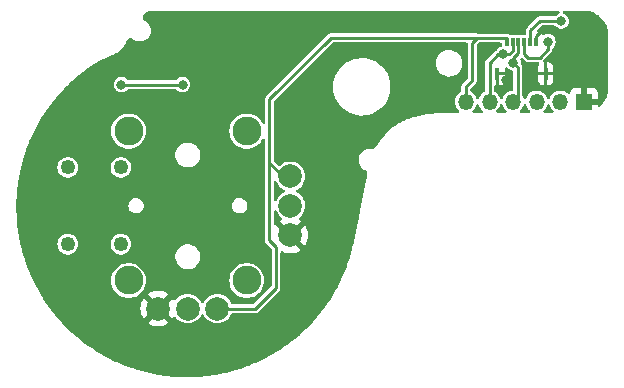
<source format=gbr>
%TF.GenerationSoftware,KiCad,Pcbnew,8.0.2*%
%TF.CreationDate,2024-08-31T11:30:38-07:00*%
%TF.ProjectId,UGC_SubStick_R4K,5547435f-5375-4625-9374-69636b5f5234,rev?*%
%TF.SameCoordinates,Original*%
%TF.FileFunction,Copper,L2,Bot*%
%TF.FilePolarity,Positive*%
%FSLAX46Y46*%
G04 Gerber Fmt 4.6, Leading zero omitted, Abs format (unit mm)*
G04 Created by KiCad (PCBNEW 8.0.2) date 2024-08-31 11:30:38*
%MOMM*%
%LPD*%
G01*
G04 APERTURE LIST*
%TA.AperFunction,ComponentPad*%
%ADD10C,2.450000*%
%TD*%
%TA.AperFunction,ComponentPad*%
%ADD11C,1.250000*%
%TD*%
%TA.AperFunction,ComponentPad*%
%ADD12C,2.000000*%
%TD*%
%TA.AperFunction,ComponentPad*%
%ADD13R,1.350000X1.350000*%
%TD*%
%TA.AperFunction,ComponentPad*%
%ADD14O,1.350000X1.350000*%
%TD*%
%TA.AperFunction,SMDPad,CuDef*%
%ADD15R,0.300000X0.700000*%
%TD*%
%TA.AperFunction,SMDPad,CuDef*%
%ADD16R,0.300000X1.000000*%
%TD*%
%TA.AperFunction,ViaPad*%
%ADD17C,0.800000*%
%TD*%
%TA.AperFunction,Conductor*%
%ADD18C,0.250000*%
%TD*%
G04 APERTURE END LIST*
D10*
%TO.P,SW1,*%
%TO.N,*%
X242207200Y-143363518D03*
X242207200Y-156013518D03*
X252207200Y-143363518D03*
X252207200Y-156013518D03*
D11*
%TO.P,SW1,S1,1*%
%TO.N,RS_B_OUT*%
X241557200Y-146438518D03*
%TO.P,SW1,S2,2*%
X241557200Y-152938518D03*
%TO.P,SW1,S3,3*%
%TO.N,RS_B_IN*%
X237057200Y-146438518D03*
%TO.P,SW1,S4,4*%
X237057200Y-152938518D03*
D12*
%TO.P,SW1,X1,GND*%
%TO.N,GND*%
X244707200Y-158388518D03*
%TO.P,SW1,X2,X_OUT*%
%TO.N,Net-(SW1-X_OUT)*%
X247207200Y-158388518D03*
%TO.P,SW1,X3,VCC*%
%TO.N,+3V3*%
X249707200Y-158388518D03*
%TO.P,SW1,Y1,GND*%
%TO.N,GND*%
X255907200Y-152188518D03*
%TO.P,SW1,Y2,Y_OUT*%
%TO.N,Net-(SW1-Y_OUT)*%
X255907200Y-149688518D03*
%TO.P,SW1,Y3,VCC*%
%TO.N,+3V3*%
X255907200Y-147188518D03*
%TD*%
D13*
%TO.P,J1,1,Pin_1*%
%TO.N,GND*%
X280761001Y-140867407D03*
D14*
%TO.P,J1,2,Pin_2*%
%TO.N,RS_B_OUT*%
X278761001Y-140867407D03*
%TO.P,J1,3,Pin_3*%
%TO.N,RS_B_IN*%
X276761001Y-140867407D03*
%TO.P,J1,4,Pin_4*%
%TO.N,RY*%
X274761001Y-140867407D03*
%TO.P,J1,5,Pin_5*%
%TO.N,RX*%
X272761001Y-140867407D03*
%TO.P,J1,6,Pin_6*%
%TO.N,+3V3*%
X270761001Y-140867407D03*
%TD*%
D15*
%TO.P,J2,1,1*%
%TO.N,GND*%
X276713716Y-135850698D03*
%TO.P,J2,2,2*%
%TO.N,RS_B_OUT*%
X276213716Y-135850698D03*
%TO.P,J2,3,3*%
%TO.N,RS_B_IN*%
X275713716Y-135850698D03*
%TO.P,J2,4,4*%
%TO.N,RY*%
X275213716Y-135850698D03*
%TO.P,J2,5,5*%
%TO.N,RX*%
X274713716Y-135850698D03*
%TO.P,J2,6,6*%
%TO.N,+3V3*%
X274213716Y-135850698D03*
D16*
%TO.P,J2,MP1,MP1*%
%TO.N,GND*%
X277503716Y-138500698D03*
%TO.P,J2,MP2,MP2*%
X273423716Y-138500698D03*
%TD*%
D17*
%TO.N,GND*%
X276402800Y-138480800D03*
X280000000Y-138900000D03*
X245872000Y-147929600D03*
X245694200Y-149402800D03*
X274193000Y-139065000D03*
X247065800Y-148793200D03*
%TO.N,RS_B_IN*%
X241600000Y-139425000D03*
X277698200Y-135788400D03*
X246775000Y-139425000D03*
%TO.N,RS_B_OUT*%
X278841200Y-134035800D03*
%TO.N,RY*%
X274777200Y-137566400D03*
%TO.N,RX*%
X273888200Y-136875000D03*
%TD*%
D18*
%TO.N,GND*%
X276713716Y-135299684D02*
X277063200Y-134950200D01*
X277190200Y-134823200D02*
X278130000Y-134823200D01*
X280003716Y-138896284D02*
X280000000Y-138900000D01*
X278130000Y-134823200D02*
X278434800Y-134823200D01*
X277063200Y-134950200D02*
X277190200Y-134823200D01*
X276713716Y-135850698D02*
X276713716Y-135299684D01*
X278434800Y-134823200D02*
X279374600Y-135763000D01*
X244961482Y-158388518D02*
X244700000Y-158650000D01*
%TO.N,RS_B_IN*%
X246775000Y-139425000D02*
X241600000Y-139425000D01*
X275713716Y-136801116D02*
X275713716Y-135850698D01*
X277698200Y-136448800D02*
X277012400Y-137134600D01*
X277012400Y-137134600D02*
X276047200Y-137134600D01*
X277698200Y-135788400D02*
X277698200Y-136448800D01*
X276047200Y-137134600D02*
X275713716Y-136801116D01*
%TO.N,RS_B_OUT*%
X276213716Y-135850698D02*
X276213716Y-134834484D01*
X276213716Y-134834484D02*
X277012400Y-134035800D01*
X277012400Y-134035800D02*
X278841200Y-134035800D01*
X278841200Y-134035800D02*
X278713716Y-134163284D01*
%TO.N,RY*%
X275213716Y-136774284D02*
X274777200Y-137210800D01*
X274777200Y-137210800D02*
X274777200Y-137566400D01*
X275132800Y-140495608D02*
X274761001Y-140867407D01*
X275213716Y-135850698D02*
X275213716Y-136774284D01*
X274777200Y-137566400D02*
X275132800Y-137922000D01*
X275132800Y-137922000D02*
X275132800Y-140495608D01*
%TO.N,RX*%
X274713716Y-135850698D02*
X274713716Y-136608284D01*
X272761001Y-137601399D02*
X272761001Y-140867407D01*
X273487400Y-136875000D02*
X272761001Y-137601399D01*
X274713716Y-136608284D02*
X274447000Y-136875000D01*
X273888200Y-136875000D02*
X273487400Y-136875000D01*
X273888200Y-136875000D02*
X274447000Y-136875000D01*
%TO.N,+3V3*%
X274143807Y-135483600D02*
X271678400Y-135483600D01*
X255907200Y-147188518D02*
X255290918Y-147188518D01*
X274213716Y-135850698D02*
X274213716Y-135553509D01*
X271669800Y-135475000D02*
X259325000Y-135475000D01*
X254127000Y-140673000D02*
X254127000Y-146024600D01*
X270761001Y-140867407D02*
X270761001Y-139588999D01*
X259325000Y-135475000D02*
X254127000Y-140673000D01*
X271297400Y-135894100D02*
X271669800Y-135521700D01*
X254127000Y-152603200D02*
X254685800Y-153162000D01*
X254127000Y-146024600D02*
X254127000Y-152603200D01*
X254685800Y-156614200D02*
X252911482Y-158388518D01*
X255290918Y-147188518D02*
X254127000Y-146024600D01*
X274213716Y-135553509D02*
X274143807Y-135483600D01*
X254685800Y-153162000D02*
X254685800Y-156614200D01*
X252911482Y-158388518D02*
X249707200Y-158388518D01*
X271678400Y-135483600D02*
X271669800Y-135475000D01*
X270761001Y-139588999D02*
X271297400Y-139052600D01*
X271669800Y-135521700D02*
X271669800Y-135475000D01*
X271297400Y-139052600D02*
X271297400Y-135894100D01*
%TD*%
%TA.AperFunction,Conductor*%
%TO.N,GND*%
G36*
X278656731Y-133195796D02*
G01*
X278702486Y-133248600D01*
X278712430Y-133317758D01*
X278683405Y-133381314D01*
X278624627Y-133419088D01*
X278619367Y-133420508D01*
X278608833Y-133423104D01*
X278468962Y-133496515D01*
X278350716Y-133601270D01*
X278348289Y-133604787D01*
X278346942Y-133606738D01*
X278292663Y-133650729D01*
X278244892Y-133660300D01*
X276962964Y-133660300D01*
X276867463Y-133685889D01*
X276867460Y-133685890D01*
X276781840Y-133735322D01*
X276781835Y-133735326D01*
X275983154Y-134534009D01*
X275913242Y-134603920D01*
X275863807Y-134689543D01*
X275863807Y-134689544D01*
X275863806Y-134689546D01*
X275838216Y-134785049D01*
X275838216Y-134785051D01*
X275838216Y-135126198D01*
X275818531Y-135193237D01*
X275765727Y-135238992D01*
X275714216Y-135250198D01*
X275539042Y-135250198D01*
X275487906Y-135260369D01*
X275439526Y-135260369D01*
X275388390Y-135250198D01*
X275039042Y-135250198D01*
X274987906Y-135260369D01*
X274939526Y-135260369D01*
X274888390Y-135250198D01*
X274539042Y-135250198D01*
X274539034Y-135250198D01*
X274522634Y-135253460D01*
X274453042Y-135247230D01*
X274410767Y-135219523D01*
X274374370Y-135183126D01*
X274374369Y-135183125D01*
X274288745Y-135133690D01*
X274240993Y-135120895D01*
X274240991Y-135120894D01*
X274240989Y-135120893D01*
X274193243Y-135108100D01*
X274193242Y-135108100D01*
X271767657Y-135108100D01*
X271735564Y-135103875D01*
X271719236Y-135099500D01*
X271719235Y-135099500D01*
X259374436Y-135099500D01*
X259275564Y-135099500D01*
X259275563Y-135099500D01*
X259243468Y-135108100D01*
X259243467Y-135108099D01*
X259180062Y-135125089D01*
X259112530Y-135164079D01*
X259094794Y-135174320D01*
X259094435Y-135174527D01*
X253826526Y-140442436D01*
X253777091Y-140528059D01*
X253777091Y-140528060D01*
X253777090Y-140528062D01*
X253751500Y-140623565D01*
X253751500Y-140623567D01*
X253751500Y-142619602D01*
X253731815Y-142686641D01*
X253679011Y-142732396D01*
X253609853Y-142742340D01*
X253546297Y-142713315D01*
X253513945Y-142669414D01*
X253509311Y-142658852D01*
X253509311Y-142658851D01*
X253375568Y-142454141D01*
X253375567Y-142454139D01*
X253209957Y-142274240D01*
X253209947Y-142274231D01*
X253016991Y-142124047D01*
X253016987Y-142124044D01*
X252801934Y-142007663D01*
X252801929Y-142007661D01*
X252570658Y-141928266D01*
X252342221Y-141890147D01*
X252329463Y-141888018D01*
X252084937Y-141888018D01*
X252072179Y-141890147D01*
X251843741Y-141928266D01*
X251612470Y-142007661D01*
X251612465Y-142007663D01*
X251397412Y-142124044D01*
X251397408Y-142124047D01*
X251204452Y-142274231D01*
X251204442Y-142274240D01*
X251038832Y-142454139D01*
X250905088Y-142658851D01*
X250806863Y-142882783D01*
X250746836Y-143119822D01*
X250746834Y-143119834D01*
X250726643Y-143363512D01*
X250726643Y-143363523D01*
X250746834Y-143607201D01*
X250746836Y-143607213D01*
X250806863Y-143844252D01*
X250905088Y-144068184D01*
X251038832Y-144272896D01*
X251204442Y-144452795D01*
X251204452Y-144452804D01*
X251397408Y-144602988D01*
X251397412Y-144602991D01*
X251611524Y-144718863D01*
X251612467Y-144719373D01*
X251612470Y-144719374D01*
X251843741Y-144798769D01*
X251843743Y-144798769D01*
X251843745Y-144798770D01*
X252084937Y-144839018D01*
X252084938Y-144839018D01*
X252329462Y-144839018D01*
X252329463Y-144839018D01*
X252570655Y-144798770D01*
X252801933Y-144719373D01*
X253016988Y-144602991D01*
X253209954Y-144452799D01*
X253375568Y-144272895D01*
X253509311Y-144068185D01*
X253509312Y-144068183D01*
X253513944Y-144057624D01*
X253558899Y-144004138D01*
X253625635Y-143983447D01*
X253692963Y-144002121D01*
X253739507Y-144054231D01*
X253751500Y-144107433D01*
X253751500Y-145975164D01*
X253751500Y-145975165D01*
X253751500Y-152652635D01*
X253777090Y-152748138D01*
X253814013Y-152812090D01*
X253826526Y-152833763D01*
X253826528Y-152833765D01*
X254273981Y-153281218D01*
X254307466Y-153342541D01*
X254310300Y-153368899D01*
X254310300Y-156407301D01*
X254290615Y-156474340D01*
X254273981Y-156494982D01*
X252792264Y-157976699D01*
X252730941Y-158010184D01*
X252704583Y-158013018D01*
X250990873Y-158013018D01*
X250923834Y-157993333D01*
X250878491Y-157941423D01*
X250869271Y-157921650D01*
X250794302Y-157760880D01*
X250794300Y-157760877D01*
X250794299Y-157760875D01*
X250668799Y-157581642D01*
X250600525Y-157513368D01*
X250514077Y-157426920D01*
X250334839Y-157301416D01*
X250334840Y-157301416D01*
X250334838Y-157301415D01*
X250205967Y-157241322D01*
X250136530Y-157208943D01*
X250136526Y-157208942D01*
X250136522Y-157208940D01*
X249925177Y-157152311D01*
X249707202Y-157133241D01*
X249707198Y-157133241D01*
X249561882Y-157145954D01*
X249489223Y-157152311D01*
X249489220Y-157152311D01*
X249277877Y-157208940D01*
X249277870Y-157208942D01*
X249277870Y-157208943D01*
X249262367Y-157216172D01*
X249079561Y-157301416D01*
X249079557Y-157301418D01*
X248900321Y-157426920D01*
X248745602Y-157581639D01*
X248620100Y-157760875D01*
X248620098Y-157760880D01*
X248569582Y-157869211D01*
X248523409Y-157921650D01*
X248456216Y-157940802D01*
X248389335Y-157920586D01*
X248344818Y-157869211D01*
X248329190Y-157835698D01*
X248294302Y-157760880D01*
X248294299Y-157760876D01*
X248294299Y-157760875D01*
X248168799Y-157581642D01*
X248100525Y-157513368D01*
X248014077Y-157426920D01*
X247834839Y-157301416D01*
X247834840Y-157301416D01*
X247834838Y-157301415D01*
X247705967Y-157241322D01*
X247636530Y-157208943D01*
X247636526Y-157208942D01*
X247636522Y-157208940D01*
X247425177Y-157152311D01*
X247207202Y-157133241D01*
X247207198Y-157133241D01*
X247061882Y-157145954D01*
X246989223Y-157152311D01*
X246989220Y-157152311D01*
X246777877Y-157208940D01*
X246777870Y-157208942D01*
X246777870Y-157208943D01*
X246762367Y-157216172D01*
X246579561Y-157301416D01*
X246579557Y-157301418D01*
X246400321Y-157426920D01*
X246245603Y-157581638D01*
X246209090Y-157633784D01*
X246154513Y-157677408D01*
X246085014Y-157684600D01*
X246022660Y-157653077D01*
X246003708Y-157630481D01*
X245930634Y-157518634D01*
X245190162Y-158259107D01*
X245173125Y-158195525D01*
X245107299Y-158081511D01*
X245014207Y-157988419D01*
X244900193Y-157922593D01*
X244836610Y-157905555D01*
X245577257Y-157164908D01*
X245577256Y-157164907D01*
X245530429Y-157128461D01*
X245311814Y-157010153D01*
X245311803Y-157010148D01*
X245076693Y-156929434D01*
X244831493Y-156888518D01*
X244582907Y-156888518D01*
X244337706Y-156929434D01*
X244102596Y-157010148D01*
X244102590Y-157010150D01*
X243883961Y-157128467D01*
X243837142Y-157164906D01*
X243837142Y-157164908D01*
X244577790Y-157905555D01*
X244514207Y-157922593D01*
X244400193Y-157988419D01*
X244307101Y-158081511D01*
X244241275Y-158195525D01*
X244224237Y-158259107D01*
X243483764Y-157518634D01*
X243383467Y-157672150D01*
X243283612Y-157899800D01*
X243222587Y-158140779D01*
X243222585Y-158140788D01*
X243202059Y-158388512D01*
X243202059Y-158388523D01*
X243222585Y-158636247D01*
X243222587Y-158636256D01*
X243283612Y-158877235D01*
X243383466Y-159104882D01*
X243483764Y-159258400D01*
X244224237Y-158517927D01*
X244241275Y-158581511D01*
X244307101Y-158695525D01*
X244400193Y-158788617D01*
X244514207Y-158854443D01*
X244577790Y-158871480D01*
X243837142Y-159612127D01*
X243883968Y-159648573D01*
X243883970Y-159648574D01*
X244102585Y-159766882D01*
X244102596Y-159766887D01*
X244337706Y-159847601D01*
X244582907Y-159888518D01*
X244831493Y-159888518D01*
X245076693Y-159847601D01*
X245311803Y-159766887D01*
X245311814Y-159766882D01*
X245530428Y-159648575D01*
X245530431Y-159648573D01*
X245577256Y-159612127D01*
X244836609Y-158871480D01*
X244900193Y-158854443D01*
X245014207Y-158788617D01*
X245107299Y-158695525D01*
X245173125Y-158581511D01*
X245190162Y-158517928D01*
X245930634Y-159258400D01*
X246003709Y-159146553D01*
X246056855Y-159101196D01*
X246126087Y-159091773D01*
X246189422Y-159121275D01*
X246209087Y-159143246D01*
X246245602Y-159195395D01*
X246400323Y-159350116D01*
X246579561Y-159475620D01*
X246777870Y-159568093D01*
X246989223Y-159624725D01*
X247172126Y-159640726D01*
X247207198Y-159643795D01*
X247207200Y-159643795D01*
X247207202Y-159643795D01*
X247235454Y-159641323D01*
X247425177Y-159624725D01*
X247636530Y-159568093D01*
X247834839Y-159475620D01*
X248014077Y-159350116D01*
X248168798Y-159195395D01*
X248294302Y-159016157D01*
X248344818Y-158907824D01*
X248390990Y-158855385D01*
X248458184Y-158836233D01*
X248525065Y-158856449D01*
X248569581Y-158907824D01*
X248620098Y-159016157D01*
X248745602Y-159195395D01*
X248900323Y-159350116D01*
X249079561Y-159475620D01*
X249277870Y-159568093D01*
X249489223Y-159624725D01*
X249672126Y-159640726D01*
X249707198Y-159643795D01*
X249707200Y-159643795D01*
X249707202Y-159643795D01*
X249735454Y-159641323D01*
X249925177Y-159624725D01*
X250136530Y-159568093D01*
X250334839Y-159475620D01*
X250514077Y-159350116D01*
X250668798Y-159195395D01*
X250794302Y-159016157D01*
X250878491Y-158835612D01*
X250924663Y-158783174D01*
X250990873Y-158764018D01*
X252960917Y-158764018D01*
X252960918Y-158764018D01*
X253008668Y-158751223D01*
X253056420Y-158738428D01*
X253142044Y-158688993D01*
X253211957Y-158619080D01*
X254986275Y-156844762D01*
X255035711Y-156759137D01*
X255061300Y-156663636D01*
X255061300Y-156564764D01*
X255061300Y-153644404D01*
X255080985Y-153577365D01*
X255133789Y-153531610D01*
X255202947Y-153521666D01*
X255244318Y-153535350D01*
X255302581Y-153566880D01*
X255302596Y-153566887D01*
X255537706Y-153647601D01*
X255782907Y-153688518D01*
X256031493Y-153688518D01*
X256276693Y-153647601D01*
X256511803Y-153566887D01*
X256511814Y-153566882D01*
X256730428Y-153448575D01*
X256730431Y-153448573D01*
X256777256Y-153412127D01*
X256036609Y-152671480D01*
X256100193Y-152654443D01*
X256214207Y-152588617D01*
X256307299Y-152495525D01*
X256373125Y-152381511D01*
X256390162Y-152317928D01*
X257130634Y-153058400D01*
X257230931Y-152904887D01*
X257330787Y-152677235D01*
X257391812Y-152436256D01*
X257391814Y-152436247D01*
X257412341Y-152188523D01*
X257412341Y-152188512D01*
X257391814Y-151940788D01*
X257391812Y-151940779D01*
X257330787Y-151699800D01*
X257230931Y-151472148D01*
X257130634Y-151318634D01*
X256390162Y-152059107D01*
X256373125Y-151995525D01*
X256307299Y-151881511D01*
X256214207Y-151788419D01*
X256100193Y-151722593D01*
X256036610Y-151705555D01*
X256777257Y-150964908D01*
X256777256Y-150964907D01*
X256730429Y-150928461D01*
X256730425Y-150928458D01*
X256673484Y-150897643D01*
X256623894Y-150848424D01*
X256608786Y-150780207D01*
X256632957Y-150714651D01*
X256661373Y-150687019D01*
X256714077Y-150650116D01*
X256868798Y-150495395D01*
X256994302Y-150316157D01*
X257086775Y-150117848D01*
X257143407Y-149906495D01*
X257162477Y-149688518D01*
X257143407Y-149470541D01*
X257099034Y-149304939D01*
X257086777Y-149259195D01*
X257086776Y-149259194D01*
X257086775Y-149259188D01*
X256994302Y-149060880D01*
X256994300Y-149060877D01*
X256994299Y-149060875D01*
X256868799Y-148881642D01*
X256808874Y-148821717D01*
X256714077Y-148726920D01*
X256534839Y-148601416D01*
X256426506Y-148550899D01*
X256374067Y-148504728D01*
X256354915Y-148437534D01*
X256375131Y-148370653D01*
X256426507Y-148326136D01*
X256534839Y-148275620D01*
X256714077Y-148150116D01*
X256868798Y-147995395D01*
X256994302Y-147816157D01*
X257086775Y-147617848D01*
X257143407Y-147406495D01*
X257162477Y-147188518D01*
X257143407Y-146970541D01*
X257086775Y-146759188D01*
X256994302Y-146560880D01*
X256994300Y-146560877D01*
X256994299Y-146560875D01*
X256868799Y-146381642D01*
X256806616Y-146319459D01*
X256714077Y-146226920D01*
X256534839Y-146101416D01*
X256534840Y-146101416D01*
X256534838Y-146101415D01*
X256435518Y-146055102D01*
X256336530Y-146008943D01*
X256336526Y-146008942D01*
X256336522Y-146008940D01*
X256125177Y-145952311D01*
X255907202Y-145933241D01*
X255907198Y-145933241D01*
X255761882Y-145945954D01*
X255689223Y-145952311D01*
X255689220Y-145952311D01*
X255477877Y-146008940D01*
X255477868Y-146008944D01*
X255279561Y-146101416D01*
X255279557Y-146101418D01*
X255100323Y-146226919D01*
X255068018Y-146259223D01*
X255006694Y-146292706D01*
X254937002Y-146287720D01*
X254892658Y-146259220D01*
X254538819Y-145905381D01*
X254505334Y-145844058D01*
X254502500Y-145817700D01*
X254502500Y-140879899D01*
X254522185Y-140812860D01*
X254538819Y-140792218D01*
X255711304Y-139619733D01*
X259505225Y-139619733D01*
X259513527Y-139749056D01*
X259525195Y-139930792D01*
X259525195Y-139930797D01*
X259584779Y-140236745D01*
X259584781Y-140236752D01*
X259682999Y-140532570D01*
X259818238Y-140813397D01*
X259818243Y-140813406D01*
X259988281Y-141074631D01*
X259988288Y-141074641D01*
X260190334Y-141311976D01*
X260190344Y-141311986D01*
X260421078Y-141521533D01*
X260421084Y-141521537D01*
X260421086Y-141521539D01*
X260676735Y-141699869D01*
X260953090Y-141844043D01*
X261245612Y-141951694D01*
X261549499Y-142021054D01*
X261859760Y-142050985D01*
X262171302Y-142040994D01*
X262479009Y-141991247D01*
X262777827Y-141902559D01*
X263062851Y-141776387D01*
X263329401Y-141614803D01*
X263573099Y-141420460D01*
X263789944Y-141196550D01*
X263976377Y-140946747D01*
X264129334Y-140675156D01*
X264246306Y-140386234D01*
X264325370Y-140084727D01*
X264365230Y-139775584D01*
X264367726Y-139619733D01*
X264365230Y-139463882D01*
X264325370Y-139154739D01*
X264246306Y-138853232D01*
X264129334Y-138564310D01*
X263976377Y-138292719D01*
X263930304Y-138230986D01*
X263789945Y-138042917D01*
X263789946Y-138042917D01*
X263573097Y-137819004D01*
X263353034Y-137643510D01*
X263329401Y-137624663D01*
X263323982Y-137621378D01*
X268211711Y-137621378D01*
X268232087Y-137834769D01*
X268232088Y-137834773D01*
X268290417Y-138033425D01*
X268292480Y-138040449D01*
X268356605Y-138164834D01*
X268390708Y-138230986D01*
X268523214Y-138399479D01*
X268523215Y-138399480D01*
X268523217Y-138399482D01*
X268647064Y-138506797D01*
X268685223Y-138539862D01*
X268785709Y-138597877D01*
X268870864Y-138647041D01*
X269073437Y-138717152D01*
X269285618Y-138747659D01*
X269499737Y-138737460D01*
X269708057Y-138686922D01*
X269795386Y-138647040D01*
X269903038Y-138597877D01*
X269903041Y-138597875D01*
X269903048Y-138597872D01*
X270077663Y-138473530D01*
X270225590Y-138318388D01*
X270341483Y-138138055D01*
X270421153Y-137939048D01*
X270461722Y-137728559D01*
X270464269Y-137621378D01*
X270461722Y-137514197D01*
X270421153Y-137303708D01*
X270341483Y-137104701D01*
X270225590Y-136924368D01*
X270077663Y-136769226D01*
X270077662Y-136769225D01*
X269903050Y-136644885D01*
X269903038Y-136644878D01*
X269708063Y-136555836D01*
X269708059Y-136555834D01*
X269600616Y-136529769D01*
X269499737Y-136505296D01*
X269499734Y-136505295D01*
X269499736Y-136505295D01*
X269285621Y-136495097D01*
X269285620Y-136495097D01*
X269285618Y-136495097D01*
X269073437Y-136525604D01*
X269073436Y-136525604D01*
X269073431Y-136525605D01*
X268870862Y-136595715D01*
X268685223Y-136702893D01*
X268523218Y-136843273D01*
X268523214Y-136843276D01*
X268390708Y-137011769D01*
X268292479Y-137202309D01*
X268232088Y-137407982D01*
X268232087Y-137407986D01*
X268211711Y-137621378D01*
X263323982Y-137621378D01*
X263062851Y-137463079D01*
X263062845Y-137463076D01*
X263062843Y-137463075D01*
X262777834Y-137336909D01*
X262479006Y-137248218D01*
X262282966Y-137216524D01*
X262171302Y-137198472D01*
X262171299Y-137198471D01*
X262171294Y-137198471D01*
X261859762Y-137188480D01*
X261549497Y-137218412D01*
X261245612Y-137287772D01*
X261245607Y-137287773D01*
X260953096Y-137395420D01*
X260953083Y-137395426D01*
X260676737Y-137539595D01*
X260421078Y-137717932D01*
X260190344Y-137927479D01*
X260190334Y-137927489D01*
X259988288Y-138164824D01*
X259988281Y-138164834D01*
X259818243Y-138426059D01*
X259818238Y-138426068D01*
X259682999Y-138706895D01*
X259584781Y-139002713D01*
X259584779Y-139002720D01*
X259525195Y-139308668D01*
X259525195Y-139308673D01*
X259512148Y-139511904D01*
X259505225Y-139619733D01*
X255711304Y-139619733D01*
X259444218Y-135886819D01*
X259505541Y-135853334D01*
X259531899Y-135850500D01*
X270797900Y-135850500D01*
X270864939Y-135870185D01*
X270910694Y-135922989D01*
X270921900Y-135974500D01*
X270921900Y-138845700D01*
X270902215Y-138912739D01*
X270885581Y-138933381D01*
X270530439Y-139288524D01*
X270460527Y-139358435D01*
X270411092Y-139444058D01*
X270411092Y-139444059D01*
X270411091Y-139444061D01*
X270385501Y-139539564D01*
X270385501Y-139539566D01*
X270385501Y-139940977D01*
X270365816Y-140008016D01*
X270313012Y-140053771D01*
X270311940Y-140054255D01*
X270295701Y-140061485D01*
X270138306Y-140175840D01*
X270138303Y-140175842D01*
X270008130Y-140320416D01*
X269910858Y-140488895D01*
X269910857Y-140488896D01*
X269850739Y-140673923D01*
X269830403Y-140867407D01*
X269850739Y-141060890D01*
X269910857Y-141245917D01*
X269910858Y-141245918D01*
X269948997Y-141311976D01*
X270008131Y-141414399D01*
X270047752Y-141458402D01*
X270138303Y-141558971D01*
X270138306Y-141558973D01*
X270138309Y-141558976D01*
X270158863Y-141573909D01*
X270201528Y-141629239D01*
X270207507Y-141698853D01*
X270174901Y-141760648D01*
X270114062Y-141795005D01*
X270085977Y-141798227D01*
X269339269Y-141798227D01*
X269327122Y-141798312D01*
X269189641Y-141799285D01*
X269062825Y-141801723D01*
X268916356Y-141806163D01*
X268751825Y-141813143D01*
X268571128Y-141823186D01*
X268375955Y-141836825D01*
X268273423Y-141845161D01*
X268167947Y-141854592D01*
X268059632Y-141865195D01*
X267948884Y-141877017D01*
X267835688Y-141890147D01*
X267720346Y-141904644D01*
X267603184Y-141920561D01*
X267484344Y-141937970D01*
X267363849Y-141956969D01*
X267242271Y-141977569D01*
X267119570Y-141999875D01*
X266996083Y-142023935D01*
X266871822Y-142049853D01*
X266747331Y-142077629D01*
X266622552Y-142107388D01*
X266497818Y-142139169D01*
X266373299Y-142173050D01*
X266249305Y-142209070D01*
X266125862Y-142247352D01*
X265870583Y-142334946D01*
X265746398Y-142382050D01*
X265624634Y-142431357D01*
X265505051Y-142482995D01*
X265387831Y-142536917D01*
X265272781Y-142593242D01*
X265159945Y-142651979D01*
X265049321Y-142713159D01*
X264940837Y-142776847D01*
X264834508Y-142843063D01*
X264730234Y-142911895D01*
X264628102Y-142983311D01*
X264527994Y-143057417D01*
X264429885Y-143134257D01*
X264333810Y-143213823D01*
X264140717Y-143387680D01*
X264050326Y-143476075D01*
X263963771Y-143565358D01*
X263881045Y-143655258D01*
X263801909Y-143745750D01*
X263726298Y-143836622D01*
X263654026Y-143927799D01*
X263585004Y-144019085D01*
X263519032Y-144110432D01*
X263456070Y-144201572D01*
X263395873Y-144292528D01*
X263338372Y-144383068D01*
X263283451Y-144473023D01*
X263230922Y-144562343D01*
X263186417Y-144640736D01*
X263173118Y-144659760D01*
X263071279Y-144779736D01*
X263033737Y-144809618D01*
X262905444Y-144876012D01*
X262859134Y-144889424D01*
X262699578Y-144903219D01*
X262678418Y-144903236D01*
X262594776Y-144896141D01*
X262594768Y-144896142D01*
X262406562Y-144914195D01*
X262226026Y-144970364D01*
X262226021Y-144970366D01*
X262060789Y-145062275D01*
X261917851Y-145186037D01*
X261803249Y-145336418D01*
X261803248Y-145336419D01*
X261721831Y-145507054D01*
X261721828Y-145507064D01*
X261677034Y-145690745D01*
X261677033Y-145690748D01*
X261677033Y-145690752D01*
X261670756Y-145879721D01*
X261677974Y-145921079D01*
X261703263Y-146065981D01*
X261703263Y-146065982D01*
X261773178Y-146241645D01*
X261773181Y-146241651D01*
X261874885Y-146395278D01*
X261877552Y-146399306D01*
X261877557Y-146399311D01*
X261877558Y-146399312D01*
X262011958Y-146532275D01*
X262011964Y-146532280D01*
X262170732Y-146634951D01*
X262248343Y-146667113D01*
X262267018Y-146676783D01*
X262319235Y-146709719D01*
X262354099Y-146742686D01*
X262383328Y-146783745D01*
X262401842Y-146822671D01*
X262411368Y-146857191D01*
X262415737Y-146895143D01*
X262413811Y-146943194D01*
X262411566Y-146962223D01*
X262385827Y-147092724D01*
X262368074Y-147182735D01*
X262345397Y-147297707D01*
X262322721Y-147412680D01*
X262300044Y-147527652D01*
X262277368Y-147642624D01*
X262254691Y-147757596D01*
X262232015Y-147872569D01*
X262217013Y-147948633D01*
X262209339Y-147987541D01*
X262186662Y-148102513D01*
X262163986Y-148217485D01*
X262163986Y-148217486D01*
X262141309Y-148332458D01*
X262118633Y-148447429D01*
X262118633Y-148447430D01*
X262095956Y-148562402D01*
X262073280Y-148677375D01*
X262073280Y-148677376D01*
X262050604Y-148792347D01*
X262027927Y-148907319D01*
X262005251Y-149022291D01*
X262005251Y-149022292D01*
X261982574Y-149137264D01*
X261959898Y-149252235D01*
X261959898Y-149252236D01*
X261937221Y-149367208D01*
X261914545Y-149482180D01*
X261914545Y-149482181D01*
X261891868Y-149597153D01*
X261846516Y-149827097D01*
X261846516Y-149827098D01*
X261823839Y-149942070D01*
X261801163Y-150057041D01*
X261801163Y-150057042D01*
X261778486Y-150172014D01*
X261755810Y-150286986D01*
X261755810Y-150286987D01*
X261733133Y-150401959D01*
X261710457Y-150516931D01*
X261710457Y-150516932D01*
X261687768Y-150631968D01*
X261592756Y-151116335D01*
X261592750Y-151116371D01*
X261564118Y-151262779D01*
X261547330Y-151348626D01*
X261547316Y-151348698D01*
X261502938Y-151574916D01*
X261502904Y-151575086D01*
X261459418Y-151795124D01*
X261459364Y-151795398D01*
X261416375Y-152010373D01*
X261416297Y-152010759D01*
X261373672Y-152220454D01*
X261373569Y-152220954D01*
X261331066Y-152425724D01*
X261330936Y-152426345D01*
X261288197Y-152627086D01*
X261288036Y-152627829D01*
X261244940Y-152824318D01*
X261244746Y-152825188D01*
X261200959Y-153018187D01*
X261200729Y-153019180D01*
X261156078Y-153208755D01*
X261155810Y-153209872D01*
X261109974Y-153396704D01*
X261109664Y-153397941D01*
X261062433Y-153582247D01*
X261062079Y-153583597D01*
X261013202Y-153765776D01*
X261012802Y-153767231D01*
X260962038Y-153947641D01*
X260961590Y-153949194D01*
X260908677Y-154128257D01*
X260908181Y-154129892D01*
X260852887Y-154307945D01*
X260852343Y-154309654D01*
X260794408Y-154487112D01*
X260793817Y-154488878D01*
X260732960Y-154666210D01*
X260732333Y-154667989D01*
X260725715Y-154686345D01*
X260668386Y-154845348D01*
X260667707Y-154847185D01*
X260600285Y-155025310D01*
X260599569Y-155027157D01*
X260528569Y-155206049D01*
X260527819Y-155207896D01*
X260452873Y-155388219D01*
X260452095Y-155390049D01*
X260373007Y-155572049D01*
X260372208Y-155573849D01*
X260288685Y-155757996D01*
X260287870Y-155759756D01*
X260199673Y-155946390D01*
X260198849Y-155948099D01*
X260105756Y-156137537D01*
X260104930Y-156139188D01*
X260006602Y-156331971D01*
X260005779Y-156333556D01*
X259902033Y-156529922D01*
X259901219Y-156531437D01*
X259791796Y-156731773D01*
X259790997Y-156733214D01*
X259675766Y-156937677D01*
X259674613Y-156939679D01*
X259497129Y-157241322D01*
X259495959Y-157243268D01*
X259404998Y-157391580D01*
X259404200Y-157392865D01*
X259311180Y-157540463D01*
X259310366Y-157541737D01*
X259215631Y-157688070D01*
X259214802Y-157689333D01*
X259118328Y-157834446D01*
X259117484Y-157835698D01*
X259019349Y-157979480D01*
X259018490Y-157980722D01*
X258918539Y-158123401D01*
X258917666Y-158124632D01*
X258816103Y-158265922D01*
X258815216Y-158267141D01*
X258711908Y-158407233D01*
X258711005Y-158408442D01*
X258606051Y-158547199D01*
X258605134Y-158548395D01*
X258498461Y-158685918D01*
X258497531Y-158687103D01*
X258389371Y-158823098D01*
X258388425Y-158824272D01*
X258278437Y-158959167D01*
X258277478Y-158960329D01*
X258165990Y-159093721D01*
X258165017Y-159094871D01*
X258051879Y-159226943D01*
X258050892Y-159228081D01*
X257936198Y-159358722D01*
X257935198Y-159359848D01*
X257818843Y-159489179D01*
X257817829Y-159490292D01*
X257699940Y-159618170D01*
X257698911Y-159619272D01*
X257579513Y-159745669D01*
X257578476Y-159746754D01*
X257457437Y-159871809D01*
X257456432Y-159872835D01*
X257333914Y-159996378D01*
X257332847Y-159997441D01*
X257208773Y-160119550D01*
X257207691Y-160120601D01*
X257082231Y-160241106D01*
X257081139Y-160242143D01*
X256954114Y-160361219D01*
X256953007Y-160362245D01*
X256824410Y-160479887D01*
X256823291Y-160480898D01*
X256693296Y-160596945D01*
X256692297Y-160597826D01*
X256602192Y-160676314D01*
X256560836Y-160712338D01*
X256559693Y-160713321D01*
X256426819Y-160826250D01*
X256425661Y-160827222D01*
X256291280Y-160938640D01*
X256290111Y-160939597D01*
X256154475Y-161049294D01*
X256153295Y-161050237D01*
X256016445Y-161158185D01*
X256014649Y-161159575D01*
X255735694Y-161371446D01*
X255733875Y-161372802D01*
X255593144Y-161475684D01*
X255591918Y-161476569D01*
X255449752Y-161577862D01*
X255448563Y-161578699D01*
X255305221Y-161678219D01*
X255303976Y-161679072D01*
X255159494Y-161776798D01*
X255158238Y-161777636D01*
X255012627Y-161873562D01*
X255011361Y-161874385D01*
X254864679Y-161968477D01*
X254863404Y-161969284D01*
X254715573Y-162061593D01*
X254714335Y-162062355D01*
X254638643Y-162108348D01*
X254565515Y-162152784D01*
X254564223Y-162153558D01*
X254414234Y-162242219D01*
X254412931Y-162242979D01*
X254261930Y-162329778D01*
X254260618Y-162330521D01*
X254108664Y-162415425D01*
X254107344Y-162416152D01*
X253954352Y-162499214D01*
X253953023Y-162499925D01*
X253799044Y-162581115D01*
X253797706Y-162581810D01*
X253642792Y-162661101D01*
X253641448Y-162661779D01*
X253485549Y-162739199D01*
X253484194Y-162739862D01*
X253327324Y-162815401D01*
X253325963Y-162816046D01*
X253168215Y-162889660D01*
X253166845Y-162890289D01*
X253008260Y-162961959D01*
X253006883Y-162962571D01*
X252847247Y-163032393D01*
X252845861Y-163032990D01*
X252685529Y-163100804D01*
X252684138Y-163101382D01*
X252522905Y-163167279D01*
X252521504Y-163167842D01*
X252359413Y-163231799D01*
X252358007Y-163232344D01*
X252195089Y-163294348D01*
X252193675Y-163294876D01*
X252029994Y-163354900D01*
X252028573Y-163355411D01*
X251864140Y-163413448D01*
X251862713Y-163413942D01*
X251697495Y-163470003D01*
X251696061Y-163470480D01*
X251530103Y-163524546D01*
X251528662Y-163525006D01*
X251361975Y-163577070D01*
X251360529Y-163577512D01*
X251193043Y-163627592D01*
X251191592Y-163628016D01*
X251023957Y-163675921D01*
X251021769Y-163676525D01*
X250683752Y-163766463D01*
X250681558Y-163767025D01*
X250512683Y-163808671D01*
X250511214Y-163809024D01*
X250341476Y-163848696D01*
X250340005Y-163849030D01*
X250169991Y-163886591D01*
X250168516Y-163886908D01*
X249997999Y-163922410D01*
X249996521Y-163922708D01*
X249825694Y-163956113D01*
X249824214Y-163956393D01*
X249653064Y-163987707D01*
X249651580Y-163987969D01*
X249480114Y-164017192D01*
X249478713Y-164017422D01*
X249306884Y-164044564D01*
X249305396Y-164044789D01*
X249133348Y-164069828D01*
X249131857Y-164070036D01*
X248959550Y-164092980D01*
X248958056Y-164093170D01*
X248785448Y-164114024D01*
X248783954Y-164114195D01*
X248611193Y-164132944D01*
X248609695Y-164133097D01*
X248436821Y-164149738D01*
X248435323Y-164149874D01*
X248262008Y-164164437D01*
X248260508Y-164164553D01*
X248087294Y-164176993D01*
X248085792Y-164177092D01*
X247912341Y-164187435D01*
X247910839Y-164187516D01*
X247737189Y-164195758D01*
X247735685Y-164195820D01*
X247562005Y-164201951D01*
X247560499Y-164201995D01*
X247386656Y-164206019D01*
X247385153Y-164206044D01*
X247211407Y-164207958D01*
X247209900Y-164207966D01*
X247035943Y-164207768D01*
X247034438Y-164207757D01*
X246860533Y-164205448D01*
X246859026Y-164205419D01*
X246685035Y-164200994D01*
X246683528Y-164200946D01*
X246509703Y-164194409D01*
X246508199Y-164194344D01*
X246334168Y-164185682D01*
X246332661Y-164185597D01*
X246158918Y-164174828D01*
X246157413Y-164174726D01*
X245983581Y-164161827D01*
X245982076Y-164161706D01*
X245808402Y-164146691D01*
X245806899Y-164146552D01*
X245633265Y-164129408D01*
X245631763Y-164129250D01*
X245458693Y-164110030D01*
X245456441Y-164109759D01*
X245109392Y-164064778D01*
X245107180Y-164064471D01*
X244934860Y-164038925D01*
X244933486Y-164038713D01*
X244761259Y-164011034D01*
X244759769Y-164010785D01*
X244588084Y-163981043D01*
X244586599Y-163980777D01*
X244415211Y-163948934D01*
X244413730Y-163948649D01*
X244242976Y-163914770D01*
X244241498Y-163914468D01*
X244071035Y-163878486D01*
X244069563Y-163878165D01*
X243899752Y-163840160D01*
X243898283Y-163839822D01*
X243728950Y-163799756D01*
X243727485Y-163799400D01*
X243558707Y-163757293D01*
X243557248Y-163756920D01*
X243388963Y-163712758D01*
X243387509Y-163712367D01*
X243219819Y-163666177D01*
X243218369Y-163665768D01*
X243051305Y-163617560D01*
X243049861Y-163617134D01*
X242883351Y-163566887D01*
X242881912Y-163566443D01*
X242716082Y-163514196D01*
X242714648Y-163513735D01*
X242549416Y-163459462D01*
X242547989Y-163458983D01*
X242383470Y-163402723D01*
X242382048Y-163402227D01*
X242218214Y-163343969D01*
X242216826Y-163343466D01*
X242161853Y-163323163D01*
X242053666Y-163283205D01*
X242052257Y-163282675D01*
X241889745Y-163220400D01*
X241888342Y-163219852D01*
X241726670Y-163155636D01*
X241725273Y-163155071D01*
X241564362Y-163088882D01*
X241562971Y-163088300D01*
X241402846Y-163020146D01*
X241401463Y-163019548D01*
X241242017Y-162949383D01*
X241240639Y-162948766D01*
X241082158Y-162876710D01*
X241080789Y-162876078D01*
X240923031Y-162802023D01*
X240921668Y-162801373D01*
X240764798Y-162725390D01*
X240763443Y-162724723D01*
X240607376Y-162646768D01*
X240606069Y-162646106D01*
X240450909Y-162566228D01*
X240449676Y-162565584D01*
X240325199Y-162499570D01*
X240295410Y-162483772D01*
X240294103Y-162483068D01*
X240141099Y-162399519D01*
X240139118Y-162398414D01*
X239835249Y-162225195D01*
X239833290Y-162224055D01*
X239683647Y-162135088D01*
X239682354Y-162134308D01*
X239533639Y-162043425D01*
X239532356Y-162042630D01*
X239384822Y-161949983D01*
X239383549Y-161949173D01*
X239237154Y-161854738D01*
X239235954Y-161853954D01*
X239090676Y-161757716D01*
X239089553Y-161756962D01*
X238945595Y-161659061D01*
X238944354Y-161658206D01*
X238801656Y-161558605D01*
X238800523Y-161557804D01*
X238658998Y-161456441D01*
X238657804Y-161455575D01*
X238517649Y-161352595D01*
X238516441Y-161351696D01*
X238377609Y-161247068D01*
X238376412Y-161246155D01*
X238238788Y-161139793D01*
X238237603Y-161138865D01*
X238101387Y-161030925D01*
X238100275Y-161030033D01*
X237965236Y-160920330D01*
X237964180Y-160919462D01*
X237830423Y-160808078D01*
X237829587Y-160807373D01*
X237697136Y-160694328D01*
X237696069Y-160693405D01*
X237565233Y-160578962D01*
X237564106Y-160577964D01*
X237434656Y-160461930D01*
X237433542Y-160460920D01*
X237305445Y-160343264D01*
X237304431Y-160342321D01*
X237196885Y-160241106D01*
X237177702Y-160223052D01*
X237176808Y-160222201D01*
X237051471Y-160101338D01*
X237050445Y-160100336D01*
X236926746Y-159978119D01*
X236925680Y-159977054D01*
X236803323Y-159853189D01*
X236802271Y-159852110D01*
X236797924Y-159847601D01*
X236681466Y-159726806D01*
X236680527Y-159725820D01*
X236561179Y-159598977D01*
X236560188Y-159597911D01*
X236442317Y-159469545D01*
X236441362Y-159468492D01*
X236325041Y-159338677D01*
X236324178Y-159337703D01*
X236209346Y-159206369D01*
X236208359Y-159205226D01*
X236095181Y-159072557D01*
X236094208Y-159071402D01*
X235982638Y-158937344D01*
X235981678Y-158936177D01*
X235871827Y-158800864D01*
X235870414Y-158799089D01*
X235654953Y-158523535D01*
X235653573Y-158521737D01*
X235548896Y-158382700D01*
X235547994Y-158381487D01*
X235464070Y-158267141D01*
X235444812Y-158240902D01*
X235443939Y-158239697D01*
X235373182Y-158140788D01*
X235342528Y-158097937D01*
X235341741Y-158096823D01*
X235283318Y-158013018D01*
X235242066Y-157953843D01*
X235241211Y-157952601D01*
X235220189Y-157921650D01*
X235143284Y-157808421D01*
X235142624Y-157807435D01*
X235046518Y-157662165D01*
X235045694Y-157660903D01*
X234994630Y-157581639D01*
X234951428Y-157514578D01*
X234950659Y-157513368D01*
X234858206Y-157365950D01*
X234857413Y-157364669D01*
X234766778Y-157216172D01*
X234766041Y-157214947D01*
X234677181Y-157065297D01*
X234676558Y-157064234D01*
X234589557Y-156913576D01*
X234588816Y-156912272D01*
X234503655Y-156760576D01*
X234503025Y-156759440D01*
X234419634Y-156606572D01*
X234418999Y-156605389D01*
X234337644Y-156451848D01*
X234336946Y-156450513D01*
X234276374Y-156332759D01*
X234257358Y-156295791D01*
X234256755Y-156294602D01*
X234179038Y-156138895D01*
X234178402Y-156137599D01*
X234178372Y-156137537D01*
X234118339Y-156013512D01*
X240726643Y-156013512D01*
X240726643Y-156013523D01*
X240746834Y-156257201D01*
X240746836Y-156257213D01*
X240806863Y-156494252D01*
X240905088Y-156718184D01*
X241038832Y-156922896D01*
X241204442Y-157102795D01*
X241204452Y-157102804D01*
X241397408Y-157252988D01*
X241397412Y-157252991D01*
X241486893Y-157301416D01*
X241612467Y-157369373D01*
X241612470Y-157369374D01*
X241843741Y-157448769D01*
X241843743Y-157448769D01*
X241843745Y-157448770D01*
X242084937Y-157489018D01*
X242084938Y-157489018D01*
X242329462Y-157489018D01*
X242329463Y-157489018D01*
X242570655Y-157448770D01*
X242801933Y-157369373D01*
X243016988Y-157252991D01*
X243209954Y-157102799D01*
X243375568Y-156922895D01*
X243509311Y-156718185D01*
X243607536Y-156494254D01*
X243667564Y-156257210D01*
X243677368Y-156138895D01*
X243687757Y-156013523D01*
X243687757Y-156013512D01*
X250726643Y-156013512D01*
X250726643Y-156013523D01*
X250746834Y-156257201D01*
X250746836Y-156257213D01*
X250806863Y-156494252D01*
X250905088Y-156718184D01*
X251038832Y-156922896D01*
X251204442Y-157102795D01*
X251204452Y-157102804D01*
X251397408Y-157252988D01*
X251397412Y-157252991D01*
X251486893Y-157301416D01*
X251612467Y-157369373D01*
X251612470Y-157369374D01*
X251843741Y-157448769D01*
X251843743Y-157448769D01*
X251843745Y-157448770D01*
X252084937Y-157489018D01*
X252084938Y-157489018D01*
X252329462Y-157489018D01*
X252329463Y-157489018D01*
X252570655Y-157448770D01*
X252801933Y-157369373D01*
X253016988Y-157252991D01*
X253209954Y-157102799D01*
X253375568Y-156922895D01*
X253509311Y-156718185D01*
X253607536Y-156494254D01*
X253667564Y-156257210D01*
X253677368Y-156138895D01*
X253687757Y-156013523D01*
X253687757Y-156013512D01*
X253667565Y-155769834D01*
X253667563Y-155769822D01*
X253664568Y-155757996D01*
X253607536Y-155532782D01*
X253509311Y-155308851D01*
X253443354Y-155207896D01*
X253375567Y-155104139D01*
X253209957Y-154924240D01*
X253209947Y-154924231D01*
X253016991Y-154774047D01*
X253016987Y-154774044D01*
X252801934Y-154657663D01*
X252801929Y-154657661D01*
X252570658Y-154578266D01*
X252389761Y-154548080D01*
X252329463Y-154538018D01*
X252084937Y-154538018D01*
X252036698Y-154546067D01*
X251843741Y-154578266D01*
X251612470Y-154657661D01*
X251612465Y-154657663D01*
X251397412Y-154774044D01*
X251397408Y-154774047D01*
X251204452Y-154924231D01*
X251204442Y-154924240D01*
X251038832Y-155104139D01*
X250905088Y-155308851D01*
X250806863Y-155532783D01*
X250746836Y-155769822D01*
X250746834Y-155769834D01*
X250726643Y-156013512D01*
X243687757Y-156013512D01*
X243667565Y-155769834D01*
X243667563Y-155769822D01*
X243664568Y-155757996D01*
X243607536Y-155532782D01*
X243509311Y-155308851D01*
X243443354Y-155207896D01*
X243375567Y-155104139D01*
X243209957Y-154924240D01*
X243209947Y-154924231D01*
X243016991Y-154774047D01*
X243016987Y-154774044D01*
X242801934Y-154657663D01*
X242801929Y-154657661D01*
X242570658Y-154578266D01*
X242389761Y-154548080D01*
X242329463Y-154538018D01*
X242084937Y-154538018D01*
X242036698Y-154546067D01*
X241843741Y-154578266D01*
X241612470Y-154657661D01*
X241612465Y-154657663D01*
X241397412Y-154774044D01*
X241397408Y-154774047D01*
X241204452Y-154924231D01*
X241204442Y-154924240D01*
X241038832Y-155104139D01*
X240905088Y-155308851D01*
X240806863Y-155532783D01*
X240746836Y-155769822D01*
X240746834Y-155769834D01*
X240726643Y-156013512D01*
X234118339Y-156013512D01*
X234102622Y-155981041D01*
X234102079Y-155979902D01*
X234028179Y-155822378D01*
X234027565Y-155821048D01*
X234004288Y-155769822D01*
X233955598Y-155662667D01*
X233954999Y-155661326D01*
X233884960Y-155502074D01*
X233884430Y-155500850D01*
X233816304Y-155340691D01*
X233815723Y-155339301D01*
X233749552Y-155178336D01*
X233749018Y-155177016D01*
X233684783Y-155015185D01*
X233684236Y-155013782D01*
X233649949Y-154924240D01*
X233621929Y-154851064D01*
X233621451Y-154849794D01*
X233561131Y-154686330D01*
X233560623Y-154684926D01*
X233554279Y-154667067D01*
X233502260Y-154520635D01*
X233501837Y-154519420D01*
X233445444Y-154354325D01*
X233444984Y-154352949D01*
X233390596Y-154187142D01*
X233390196Y-154185899D01*
X233337750Y-154019173D01*
X233337349Y-154017867D01*
X233297344Y-153885048D01*
X246156700Y-153885048D01*
X246156700Y-154091987D01*
X246175628Y-154187142D01*
X246197070Y-154294938D01*
X246276259Y-154486116D01*
X246298512Y-154519420D01*
X246391224Y-154658175D01*
X246537542Y-154804493D01*
X246537545Y-154804495D01*
X246709602Y-154919459D01*
X246900780Y-154998648D01*
X247103730Y-155039017D01*
X247103734Y-155039018D01*
X247103735Y-155039018D01*
X247310666Y-155039018D01*
X247310667Y-155039017D01*
X247513620Y-154998648D01*
X247704798Y-154919459D01*
X247876855Y-154804495D01*
X248023177Y-154658173D01*
X248138141Y-154486116D01*
X248217330Y-154294938D01*
X248257700Y-154091983D01*
X248257700Y-153885053D01*
X248217330Y-153682098D01*
X248138141Y-153490920D01*
X248023177Y-153318863D01*
X248023175Y-153318860D01*
X247876857Y-153172542D01*
X247787092Y-153112564D01*
X247704798Y-153057577D01*
X247513620Y-152978388D01*
X247513612Y-152978386D01*
X247310669Y-152938018D01*
X247310665Y-152938018D01*
X247103735Y-152938018D01*
X247103730Y-152938018D01*
X246900787Y-152978386D01*
X246900779Y-152978388D01*
X246709603Y-153057576D01*
X246537542Y-153172542D01*
X246391224Y-153318860D01*
X246276258Y-153490921D01*
X246197070Y-153682097D01*
X246197068Y-153682105D01*
X246156700Y-153885048D01*
X233297344Y-153885048D01*
X233287110Y-153851069D01*
X233286476Y-153848893D01*
X233265897Y-153775752D01*
X233191832Y-153512514D01*
X233191269Y-153510441D01*
X233147262Y-153342300D01*
X233146888Y-153340838D01*
X233141421Y-153318860D01*
X233104827Y-153171759D01*
X233104486Y-153170347D01*
X233064540Y-153000992D01*
X233064203Y-152999522D01*
X233050595Y-152938518D01*
X236176878Y-152938518D01*
X236196115Y-153121547D01*
X236196116Y-153121550D01*
X236252983Y-153296571D01*
X236252986Y-153296577D01*
X236345005Y-153455958D01*
X236454320Y-153577365D01*
X236468149Y-153592724D01*
X236468151Y-153592726D01*
X236617034Y-153700896D01*
X236617035Y-153700896D01*
X236617039Y-153700899D01*
X236754153Y-153761946D01*
X236785161Y-153775752D01*
X236785166Y-153775754D01*
X236965181Y-153814018D01*
X237149219Y-153814018D01*
X237329234Y-153775754D01*
X237497361Y-153700899D01*
X237646250Y-153592725D01*
X237769395Y-153455958D01*
X237861414Y-153296577D01*
X237918285Y-153121547D01*
X237937522Y-152938518D01*
X240676878Y-152938518D01*
X240696115Y-153121547D01*
X240696116Y-153121550D01*
X240752983Y-153296571D01*
X240752986Y-153296577D01*
X240845005Y-153455958D01*
X240954320Y-153577365D01*
X240968149Y-153592724D01*
X240968151Y-153592726D01*
X241117034Y-153700896D01*
X241117035Y-153700896D01*
X241117039Y-153700899D01*
X241254153Y-153761946D01*
X241285161Y-153775752D01*
X241285166Y-153775754D01*
X241465181Y-153814018D01*
X241649219Y-153814018D01*
X241829234Y-153775754D01*
X241997361Y-153700899D01*
X242146250Y-153592725D01*
X242269395Y-153455958D01*
X242361414Y-153296577D01*
X242418285Y-153121547D01*
X242437522Y-152938518D01*
X242418285Y-152755489D01*
X242361414Y-152580459D01*
X242269395Y-152421078D01*
X242146250Y-152284311D01*
X242146248Y-152284309D01*
X241997365Y-152176139D01*
X241997362Y-152176137D01*
X241997361Y-152176137D01*
X241936312Y-152148956D01*
X241829238Y-152101283D01*
X241829233Y-152101281D01*
X241649219Y-152063018D01*
X241465181Y-152063018D01*
X241285166Y-152101281D01*
X241285161Y-152101283D01*
X241117039Y-152176137D01*
X241117034Y-152176139D01*
X240968151Y-152284309D01*
X240968149Y-152284311D01*
X240845004Y-152421079D01*
X240752986Y-152580458D01*
X240752983Y-152580464D01*
X240721541Y-152677235D01*
X240696115Y-152755489D01*
X240676878Y-152938518D01*
X237937522Y-152938518D01*
X237918285Y-152755489D01*
X237861414Y-152580459D01*
X237769395Y-152421078D01*
X237646250Y-152284311D01*
X237646248Y-152284309D01*
X237497365Y-152176139D01*
X237497362Y-152176137D01*
X237497361Y-152176137D01*
X237436312Y-152148956D01*
X237329238Y-152101283D01*
X237329233Y-152101281D01*
X237149219Y-152063018D01*
X236965181Y-152063018D01*
X236785166Y-152101281D01*
X236785161Y-152101283D01*
X236617039Y-152176137D01*
X236617034Y-152176139D01*
X236468151Y-152284309D01*
X236468149Y-152284311D01*
X236345004Y-152421079D01*
X236252986Y-152580458D01*
X236252983Y-152580464D01*
X236221541Y-152677235D01*
X236196115Y-152755489D01*
X236176878Y-152938518D01*
X233050595Y-152938518D01*
X233026313Y-152829663D01*
X233026052Y-152828463D01*
X232990217Y-152658086D01*
X232989927Y-152656662D01*
X232956220Y-152486137D01*
X232955948Y-152484714D01*
X232924314Y-152313786D01*
X232924072Y-152312438D01*
X232894491Y-152140981D01*
X232894287Y-152139753D01*
X232866804Y-151968027D01*
X232866604Y-151966728D01*
X232841216Y-151794730D01*
X232841039Y-151793479D01*
X232817735Y-151621142D01*
X232817567Y-151619836D01*
X232796376Y-151447371D01*
X232796232Y-151446145D01*
X232777117Y-151273263D01*
X232776989Y-151272038D01*
X232759992Y-151099115D01*
X232759858Y-151097656D01*
X232744977Y-150924720D01*
X232744857Y-150923220D01*
X232732066Y-150749994D01*
X232731978Y-150748699D01*
X232721284Y-150575186D01*
X232721216Y-150573964D01*
X232712629Y-150400341D01*
X232712565Y-150398846D01*
X232706096Y-150225333D01*
X232706049Y-150223828D01*
X232701684Y-150050124D01*
X232701658Y-150048791D01*
X232699402Y-149874882D01*
X232699393Y-149873431D01*
X232699375Y-149850808D01*
X232699251Y-149699584D01*
X232699258Y-149698279D01*
X232699369Y-149688518D01*
X242179617Y-149688518D01*
X242197123Y-149827097D01*
X242200119Y-149850808D01*
X242200119Y-149850811D01*
X242260336Y-150002900D01*
X242260341Y-150002909D01*
X242356483Y-150135238D01*
X242356484Y-150135239D01*
X242356486Y-150135240D01*
X242356487Y-150135242D01*
X242482529Y-150239512D01*
X242630541Y-150309161D01*
X242791224Y-150339813D01*
X242954482Y-150329542D01*
X243110056Y-150278993D01*
X243248172Y-150191342D01*
X243360151Y-150072097D01*
X243438956Y-149928750D01*
X243479637Y-149770308D01*
X243482200Y-149688518D01*
X250929617Y-149688518D01*
X250947123Y-149827097D01*
X250950119Y-149850808D01*
X250950119Y-149850811D01*
X251010336Y-150002900D01*
X251010341Y-150002909D01*
X251106483Y-150135238D01*
X251106484Y-150135239D01*
X251106486Y-150135240D01*
X251106487Y-150135242D01*
X251232529Y-150239512D01*
X251380541Y-150309161D01*
X251541224Y-150339813D01*
X251704482Y-150329542D01*
X251860056Y-150278993D01*
X251998172Y-150191342D01*
X252110151Y-150072097D01*
X252188956Y-149928750D01*
X252229637Y-149770308D01*
X252232200Y-149688518D01*
X252229637Y-149606728D01*
X252188956Y-149448286D01*
X252188955Y-149448285D01*
X252188955Y-149448283D01*
X252110154Y-149304944D01*
X252110151Y-149304939D01*
X251998173Y-149185695D01*
X251998172Y-149185694D01*
X251922268Y-149137524D01*
X251860055Y-149098042D01*
X251704482Y-149047494D01*
X251541227Y-149037223D01*
X251541226Y-149037223D01*
X251541224Y-149037223D01*
X251464001Y-149051953D01*
X251380543Y-149067874D01*
X251380541Y-149067875D01*
X251232529Y-149137524D01*
X251232527Y-149137525D01*
X251232526Y-149137526D01*
X251106484Y-149241796D01*
X251106483Y-149241797D01*
X251010341Y-149374126D01*
X251010336Y-149374135D01*
X250950119Y-149526224D01*
X250950119Y-149526227D01*
X250929617Y-149688518D01*
X243482200Y-149688518D01*
X243479637Y-149606728D01*
X243438956Y-149448286D01*
X243438955Y-149448285D01*
X243438955Y-149448283D01*
X243360154Y-149304944D01*
X243360151Y-149304939D01*
X243248173Y-149185695D01*
X243248172Y-149185694D01*
X243172268Y-149137524D01*
X243110055Y-149098042D01*
X242954482Y-149047494D01*
X242791227Y-149037223D01*
X242791226Y-149037223D01*
X242791224Y-149037223D01*
X242714001Y-149051953D01*
X242630543Y-149067874D01*
X242630541Y-149067875D01*
X242482529Y-149137524D01*
X242482527Y-149137525D01*
X242482526Y-149137526D01*
X242356484Y-149241796D01*
X242356483Y-149241797D01*
X242260341Y-149374126D01*
X242260336Y-149374135D01*
X242200119Y-149526224D01*
X242200119Y-149526227D01*
X242179617Y-149688518D01*
X232699369Y-149688518D01*
X232701230Y-149524349D01*
X232701256Y-149522882D01*
X232702213Y-149482181D01*
X232705342Y-149348991D01*
X232705387Y-149347489D01*
X232711588Y-149173663D01*
X232711651Y-149172177D01*
X232716979Y-149060875D01*
X232719975Y-148998283D01*
X232720045Y-148996978D01*
X232730504Y-148822897D01*
X232730582Y-148821717D01*
X232743159Y-148647790D01*
X232743272Y-148646350D01*
X232757975Y-148472506D01*
X232758084Y-148471307D01*
X232774874Y-148297983D01*
X232775110Y-148295759D01*
X232777433Y-148275621D01*
X232815161Y-147948583D01*
X232815435Y-147946383D01*
X232825322Y-147872570D01*
X232838522Y-147774005D01*
X232838729Y-147772537D01*
X232850166Y-147694393D01*
X232863943Y-147600247D01*
X232864168Y-147598781D01*
X232875464Y-147527652D01*
X232891477Y-147426817D01*
X232891673Y-147425623D01*
X232921111Y-147253786D01*
X232921328Y-147252566D01*
X232952816Y-147081306D01*
X232953085Y-147079895D01*
X232974568Y-146970542D01*
X232986619Y-146909200D01*
X232986843Y-146908088D01*
X233022489Y-146737626D01*
X233022797Y-146736204D01*
X233038124Y-146667110D01*
X233060442Y-146566494D01*
X233060717Y-146565291D01*
X233090458Y-146438518D01*
X236176878Y-146438518D01*
X236196115Y-146621547D01*
X236196116Y-146621550D01*
X236252983Y-146796571D01*
X236252986Y-146796577D01*
X236345005Y-146955958D01*
X236454527Y-147077595D01*
X236468149Y-147092724D01*
X236468151Y-147092726D01*
X236617034Y-147200896D01*
X236617035Y-147200896D01*
X236617039Y-147200899D01*
X236733085Y-147252566D01*
X236785161Y-147275752D01*
X236785166Y-147275754D01*
X236965181Y-147314018D01*
X237149219Y-147314018D01*
X237329234Y-147275754D01*
X237497361Y-147200899D01*
X237646250Y-147092725D01*
X237769395Y-146955958D01*
X237861414Y-146796577D01*
X237918285Y-146621547D01*
X237937522Y-146438518D01*
X240676878Y-146438518D01*
X240696115Y-146621547D01*
X240696116Y-146621550D01*
X240752983Y-146796571D01*
X240752986Y-146796577D01*
X240845005Y-146955958D01*
X240954527Y-147077595D01*
X240968149Y-147092724D01*
X240968151Y-147092726D01*
X241117034Y-147200896D01*
X241117035Y-147200896D01*
X241117039Y-147200899D01*
X241233085Y-147252566D01*
X241285161Y-147275752D01*
X241285166Y-147275754D01*
X241465181Y-147314018D01*
X241649219Y-147314018D01*
X241829234Y-147275754D01*
X241997361Y-147200899D01*
X242146250Y-147092725D01*
X242269395Y-146955958D01*
X242361414Y-146796577D01*
X242418285Y-146621547D01*
X242437522Y-146438518D01*
X242418285Y-146255489D01*
X242368224Y-146101418D01*
X242361416Y-146080464D01*
X242361413Y-146080458D01*
X242269395Y-145921078D01*
X242146250Y-145784311D01*
X242146248Y-145784309D01*
X241997365Y-145676139D01*
X241997362Y-145676137D01*
X241997361Y-145676137D01*
X241936312Y-145648956D01*
X241829238Y-145601283D01*
X241829233Y-145601281D01*
X241649219Y-145563018D01*
X241465181Y-145563018D01*
X241285166Y-145601281D01*
X241285161Y-145601283D01*
X241117039Y-145676137D01*
X241117034Y-145676139D01*
X240968151Y-145784309D01*
X240968149Y-145784311D01*
X240845004Y-145921079D01*
X240752986Y-146080458D01*
X240752983Y-146080464D01*
X240705397Y-146226921D01*
X240696115Y-146255489D01*
X240676878Y-146438518D01*
X237937522Y-146438518D01*
X237918285Y-146255489D01*
X237868224Y-146101418D01*
X237861416Y-146080464D01*
X237861413Y-146080458D01*
X237769395Y-145921078D01*
X237646250Y-145784311D01*
X237646248Y-145784309D01*
X237497365Y-145676139D01*
X237497362Y-145676137D01*
X237497361Y-145676137D01*
X237436312Y-145648956D01*
X237329238Y-145601283D01*
X237329233Y-145601281D01*
X237149219Y-145563018D01*
X236965181Y-145563018D01*
X236785166Y-145601281D01*
X236785161Y-145601283D01*
X236617039Y-145676137D01*
X236617034Y-145676139D01*
X236468151Y-145784309D01*
X236468149Y-145784311D01*
X236345004Y-145921079D01*
X236252986Y-146080458D01*
X236252983Y-146080464D01*
X236205397Y-146226921D01*
X236196115Y-146255489D01*
X236176878Y-146438518D01*
X233090458Y-146438518D01*
X233100464Y-146395868D01*
X233100753Y-146394670D01*
X233142524Y-146225866D01*
X233142835Y-146224641D01*
X233186675Y-146056271D01*
X233186987Y-146055102D01*
X233232869Y-145887276D01*
X233233195Y-145886114D01*
X233281062Y-145719022D01*
X233281465Y-145717647D01*
X233288270Y-145694938D01*
X233331355Y-145551153D01*
X233331699Y-145550031D01*
X233383636Y-145384061D01*
X233384017Y-145382868D01*
X233415937Y-145285048D01*
X246156700Y-145285048D01*
X246156700Y-145491987D01*
X246196237Y-145690752D01*
X246197070Y-145694938D01*
X246276259Y-145886116D01*
X246307747Y-145933241D01*
X246391224Y-146058175D01*
X246537542Y-146204493D01*
X246537545Y-146204495D01*
X246709602Y-146319459D01*
X246900780Y-146398648D01*
X247101221Y-146438518D01*
X247103730Y-146439017D01*
X247103734Y-146439018D01*
X247103735Y-146439018D01*
X247310666Y-146439018D01*
X247310667Y-146439017D01*
X247513620Y-146398648D01*
X247704798Y-146319459D01*
X247876855Y-146204495D01*
X248023177Y-146058173D01*
X248138141Y-145886116D01*
X248217330Y-145694938D01*
X248257700Y-145491983D01*
X248257700Y-145285053D01*
X248217330Y-145082098D01*
X248138141Y-144890920D01*
X248023177Y-144718863D01*
X248023175Y-144718860D01*
X247876857Y-144572542D01*
X247790826Y-144515059D01*
X247704798Y-144457577D01*
X247693253Y-144452795D01*
X247513620Y-144378388D01*
X247513612Y-144378386D01*
X247310669Y-144338018D01*
X247310665Y-144338018D01*
X247103735Y-144338018D01*
X247103730Y-144338018D01*
X246900787Y-144378386D01*
X246900779Y-144378388D01*
X246709603Y-144457576D01*
X246537542Y-144572542D01*
X246391224Y-144718860D01*
X246276258Y-144890921D01*
X246197070Y-145082097D01*
X246197068Y-145082105D01*
X246156700Y-145285048D01*
X233415937Y-145285048D01*
X233437960Y-145217559D01*
X233438423Y-145216172D01*
X233448663Y-145186036D01*
X233494300Y-145051725D01*
X233494769Y-145050374D01*
X233523044Y-144970365D01*
X233552645Y-144886598D01*
X233553138Y-144885231D01*
X233613000Y-144722164D01*
X233613506Y-144720811D01*
X233675438Y-144558236D01*
X233675861Y-144557147D01*
X233739782Y-144395288D01*
X233740234Y-144394162D01*
X233806188Y-144232913D01*
X233806645Y-144231819D01*
X233874502Y-144071508D01*
X233874983Y-144070390D01*
X233920055Y-143967411D01*
X233944789Y-143910903D01*
X233945401Y-143909527D01*
X234017152Y-143750871D01*
X234017611Y-143749871D01*
X234091442Y-143591772D01*
X234091902Y-143590801D01*
X234167703Y-143433501D01*
X234168129Y-143432630D01*
X234202480Y-143363512D01*
X240726643Y-143363512D01*
X240726643Y-143363523D01*
X240746834Y-143607201D01*
X240746836Y-143607213D01*
X240806863Y-143844252D01*
X240905088Y-144068184D01*
X241038832Y-144272896D01*
X241204442Y-144452795D01*
X241204452Y-144452804D01*
X241397408Y-144602988D01*
X241397412Y-144602991D01*
X241611524Y-144718863D01*
X241612467Y-144719373D01*
X241612470Y-144719374D01*
X241843741Y-144798769D01*
X241843743Y-144798769D01*
X241843745Y-144798770D01*
X242084937Y-144839018D01*
X242084938Y-144839018D01*
X242329462Y-144839018D01*
X242329463Y-144839018D01*
X242570655Y-144798770D01*
X242801933Y-144719373D01*
X243016988Y-144602991D01*
X243209954Y-144452799D01*
X243375568Y-144272895D01*
X243509311Y-144068185D01*
X243607536Y-143844254D01*
X243667564Y-143607210D01*
X243667565Y-143607201D01*
X243687757Y-143363523D01*
X243687757Y-143363512D01*
X243667565Y-143119834D01*
X243667563Y-143119822D01*
X243651760Y-143057417D01*
X243607536Y-142882782D01*
X243509311Y-142658851D01*
X243484246Y-142620486D01*
X243375567Y-142454139D01*
X243209957Y-142274240D01*
X243209947Y-142274231D01*
X243016991Y-142124047D01*
X243016987Y-142124044D01*
X242801934Y-142007663D01*
X242801929Y-142007661D01*
X242570658Y-141928266D01*
X242342221Y-141890147D01*
X242329463Y-141888018D01*
X242084937Y-141888018D01*
X242072179Y-141890147D01*
X241843741Y-141928266D01*
X241612470Y-142007661D01*
X241612465Y-142007663D01*
X241397412Y-142124044D01*
X241397408Y-142124047D01*
X241204452Y-142274231D01*
X241204442Y-142274240D01*
X241038832Y-142454139D01*
X240905088Y-142658851D01*
X240806863Y-142882783D01*
X240746836Y-143119822D01*
X240746834Y-143119834D01*
X240726643Y-143363512D01*
X234202480Y-143363512D01*
X234245851Y-143276243D01*
X234246472Y-143275015D01*
X234277819Y-143213824D01*
X234325973Y-143119822D01*
X234326632Y-143118555D01*
X234358891Y-143057429D01*
X234407821Y-142964712D01*
X234408941Y-142962640D01*
X234598231Y-142620486D01*
X234599432Y-142618366D01*
X234697169Y-142449925D01*
X234697869Y-142448738D01*
X234798093Y-142281306D01*
X234798888Y-142279998D01*
X234901359Y-142113985D01*
X234902125Y-142112763D01*
X235006825Y-141948199D01*
X235007654Y-141946916D01*
X235114574Y-141783807D01*
X235115392Y-141782579D01*
X235224500Y-141620977D01*
X235225323Y-141619776D01*
X235336624Y-141459669D01*
X235337517Y-141458402D01*
X235451092Y-141299678D01*
X235451822Y-141298673D01*
X235567518Y-141141552D01*
X235568436Y-141140323D01*
X235686235Y-140984825D01*
X235687055Y-140983758D01*
X235807007Y-140829820D01*
X235808020Y-140828539D01*
X235820147Y-140813406D01*
X235929969Y-140676359D01*
X235930947Y-140675157D01*
X236055070Y-140524516D01*
X236056038Y-140523358D01*
X236181983Y-140374685D01*
X236183471Y-140372965D01*
X236442167Y-140079939D01*
X236443736Y-140078198D01*
X236575489Y-139934970D01*
X236576511Y-139933874D01*
X236710434Y-139792205D01*
X236711477Y-139791117D01*
X236847297Y-139651304D01*
X236848334Y-139650250D01*
X236986068Y-139512276D01*
X236987196Y-139511163D01*
X237075584Y-139424999D01*
X240944722Y-139424999D01*
X240944722Y-139425000D01*
X240963762Y-139581818D01*
X241005704Y-139692407D01*
X241019780Y-139729523D01*
X241109517Y-139859530D01*
X241227760Y-139964283D01*
X241227762Y-139964284D01*
X241367634Y-140037696D01*
X241521014Y-140075500D01*
X241521015Y-140075500D01*
X241678985Y-140075500D01*
X241832365Y-140037696D01*
X241887034Y-140009003D01*
X241972240Y-139964283D01*
X242090483Y-139859530D01*
X242094257Y-139854061D01*
X242148537Y-139810071D01*
X242196308Y-139800500D01*
X246178692Y-139800500D01*
X246245731Y-139820185D01*
X246280742Y-139854061D01*
X246283163Y-139857569D01*
X246284515Y-139859528D01*
X246284517Y-139859530D01*
X246402760Y-139964283D01*
X246402762Y-139964284D01*
X246542634Y-140037696D01*
X246696014Y-140075500D01*
X246696015Y-140075500D01*
X246853985Y-140075500D01*
X247007365Y-140037696D01*
X247062034Y-140009003D01*
X247147240Y-139964283D01*
X247265483Y-139859530D01*
X247355220Y-139729523D01*
X247411237Y-139581818D01*
X247430278Y-139425000D01*
X247416154Y-139308673D01*
X247411237Y-139268181D01*
X247384445Y-139197537D01*
X247355220Y-139120477D01*
X247265483Y-138990470D01*
X247147240Y-138885717D01*
X247147238Y-138885716D01*
X247147237Y-138885715D01*
X247007365Y-138812303D01*
X246853986Y-138774500D01*
X246853985Y-138774500D01*
X246696015Y-138774500D01*
X246696014Y-138774500D01*
X246542634Y-138812303D01*
X246402762Y-138885715D01*
X246284516Y-138990470D01*
X246282089Y-138993987D01*
X246280742Y-138995938D01*
X246226463Y-139039929D01*
X246178692Y-139049500D01*
X242196308Y-139049500D01*
X242129269Y-139029815D01*
X242094257Y-138995938D01*
X242090483Y-138990470D01*
X241972240Y-138885717D01*
X241972238Y-138885716D01*
X241972237Y-138885715D01*
X241832365Y-138812303D01*
X241678986Y-138774500D01*
X241678985Y-138774500D01*
X241521015Y-138774500D01*
X241521014Y-138774500D01*
X241367634Y-138812303D01*
X241227762Y-138885715D01*
X241109516Y-138990471D01*
X241019781Y-139120475D01*
X241019780Y-139120476D01*
X240963762Y-139268181D01*
X240944722Y-139424999D01*
X237075584Y-139424999D01*
X237126674Y-139375194D01*
X237127811Y-139374099D01*
X237269256Y-139239916D01*
X237270205Y-139239029D01*
X237413436Y-139106807D01*
X237414542Y-139105800D01*
X237559582Y-138975520D01*
X237560650Y-138974574D01*
X237707451Y-138846278D01*
X237708531Y-138845346D01*
X237857119Y-138719016D01*
X237858241Y-138718075D01*
X238008597Y-138593727D01*
X238009537Y-138592960D01*
X238161679Y-138470585D01*
X238162775Y-138469716D01*
X238316478Y-138349497D01*
X238317624Y-138348613D01*
X238472896Y-138230542D01*
X238474307Y-138229486D01*
X238734730Y-138037572D01*
X238740718Y-138033425D01*
X238801764Y-137993749D01*
X239284254Y-137680160D01*
X239291339Y-137675886D01*
X239856901Y-137360027D01*
X239864251Y-137356240D01*
X240450129Y-137078741D01*
X240456768Y-137075832D01*
X240757606Y-136954424D01*
X240901134Y-136887028D01*
X240998578Y-136837926D01*
X241101231Y-136780568D01*
X241201746Y-136717378D01*
X241294140Y-136654507D01*
X241379633Y-136594202D01*
X241516463Y-136464399D01*
X241585578Y-136391605D01*
X241657701Y-136313112D01*
X241727090Y-136236165D01*
X241797381Y-136136732D01*
X241852520Y-136050774D01*
X241911718Y-135952899D01*
X241962596Y-135865913D01*
X242043362Y-135692360D01*
X242053271Y-135674919D01*
X242110077Y-135591490D01*
X242144234Y-135557813D01*
X242216453Y-135510124D01*
X242260844Y-135491934D01*
X242347037Y-135474983D01*
X242392533Y-135474545D01*
X242467836Y-135487852D01*
X242508265Y-135502579D01*
X242586474Y-135547743D01*
X242601793Y-135558190D01*
X242670370Y-135612897D01*
X242670372Y-135612898D01*
X242841832Y-135703637D01*
X243028511Y-135756394D01*
X243222102Y-135768822D01*
X243222102Y-135768821D01*
X243222103Y-135768822D01*
X243270075Y-135761708D01*
X243413994Y-135740368D01*
X243595649Y-135672298D01*
X243758986Y-135567641D01*
X243896738Y-135431052D01*
X244002777Y-135268609D01*
X244014163Y-135238992D01*
X244072385Y-135087537D01*
X244072386Y-135087532D01*
X244102464Y-134895898D01*
X244102465Y-134895894D01*
X244100413Y-134859051D01*
X244091679Y-134702209D01*
X244091679Y-134702204D01*
X244040507Y-134515085D01*
X243951225Y-134342861D01*
X243920370Y-134305444D01*
X243827809Y-134193198D01*
X243827799Y-134193189D01*
X243675741Y-134072745D01*
X243675742Y-134072745D01*
X243590674Y-134028070D01*
X243588994Y-134027171D01*
X243554899Y-134008591D01*
X243526312Y-133987149D01*
X243472063Y-133932601D01*
X243448503Y-133899453D01*
X243415941Y-133832591D01*
X243404370Y-133793601D01*
X243395194Y-133719792D01*
X243396863Y-133679159D01*
X243400800Y-133660300D01*
X243412061Y-133606350D01*
X243426786Y-133568447D01*
X243466043Y-133502248D01*
X243488467Y-133474500D01*
X243514878Y-133450058D01*
X243520668Y-133445025D01*
X243587908Y-133390132D01*
X243603686Y-133379172D01*
X243758948Y-133288306D01*
X243778698Y-133278978D01*
X243946258Y-133217243D01*
X243967344Y-133211526D01*
X244144447Y-133179936D01*
X244163559Y-133178040D01*
X244249807Y-133176204D01*
X244252866Y-133176139D01*
X244255504Y-133176111D01*
X278589692Y-133176111D01*
X278656731Y-133195796D01*
G37*
%TD.AperFunction*%
%TA.AperFunction,Conductor*%
G36*
X254707703Y-150100680D02*
G01*
X254738882Y-150141988D01*
X254820097Y-150316156D01*
X254820098Y-150316157D01*
X254945602Y-150495395D01*
X254945606Y-150495399D01*
X255100322Y-150650115D01*
X255153021Y-150687016D01*
X255196646Y-150741593D01*
X255203838Y-150811092D01*
X255172315Y-150873446D01*
X255140915Y-150897644D01*
X255083965Y-150928463D01*
X255037142Y-150964906D01*
X255037142Y-150964908D01*
X255777790Y-151705555D01*
X255714207Y-151722593D01*
X255600193Y-151788419D01*
X255507101Y-151881511D01*
X255441275Y-151995525D01*
X255424237Y-152059108D01*
X254683764Y-151318634D01*
X254639291Y-151323247D01*
X254570578Y-151310582D01*
X254519621Y-151262779D01*
X254502500Y-151199908D01*
X254502500Y-150194393D01*
X254522185Y-150127354D01*
X254574989Y-150081599D01*
X254644147Y-150071655D01*
X254707703Y-150100680D01*
G37*
%TD.AperFunction*%
%TA.AperFunction,Conductor*%
G36*
X280796478Y-133176129D02*
G01*
X280930458Y-133178386D01*
X280946012Y-133179629D01*
X281212336Y-133217923D01*
X281229620Y-133221683D01*
X281486768Y-133297189D01*
X281503341Y-133303371D01*
X281747130Y-133414707D01*
X281762650Y-133423182D01*
X281885687Y-133502254D01*
X281988110Y-133568078D01*
X282002273Y-133578680D01*
X282204816Y-133754186D01*
X282217326Y-133766697D01*
X282392830Y-133969242D01*
X282403431Y-133983403D01*
X282419619Y-134008591D01*
X282548324Y-134208863D01*
X282556802Y-134224391D01*
X282668136Y-134468180D01*
X282674319Y-134484757D01*
X282749820Y-134741897D01*
X282753581Y-134759185D01*
X282791871Y-135025511D01*
X282793115Y-135041050D01*
X282795392Y-135175050D01*
X282795410Y-135177157D01*
X282795410Y-139797100D01*
X282795391Y-139799299D01*
X282793014Y-139933326D01*
X282791771Y-139948775D01*
X282753474Y-140215122D01*
X282749713Y-140232410D01*
X282674210Y-140489537D01*
X282668027Y-140506114D01*
X282556698Y-140749884D01*
X282548219Y-140765411D01*
X282403337Y-140990849D01*
X282392735Y-141005012D01*
X282217238Y-141207545D01*
X282204729Y-141220053D01*
X282141202Y-141275099D01*
X282077648Y-141304124D01*
X282008490Y-141294180D01*
X281955686Y-141248426D01*
X281936001Y-141181386D01*
X281936001Y-141117407D01*
X281076687Y-141117407D01*
X281081081Y-141113013D01*
X281133742Y-141021801D01*
X281161001Y-140920068D01*
X281161001Y-140814746D01*
X281133742Y-140713013D01*
X281081081Y-140621801D01*
X281076687Y-140617407D01*
X281936001Y-140617407D01*
X281936001Y-140144579D01*
X281936000Y-140144562D01*
X281929599Y-140085034D01*
X281929597Y-140085027D01*
X281879355Y-139950320D01*
X281879351Y-139950313D01*
X281793191Y-139835219D01*
X281793188Y-139835216D01*
X281678094Y-139749056D01*
X281678087Y-139749052D01*
X281543380Y-139698810D01*
X281543373Y-139698808D01*
X281483845Y-139692407D01*
X281011001Y-139692407D01*
X281011001Y-140551721D01*
X281006607Y-140547327D01*
X280915395Y-140494666D01*
X280813662Y-140467407D01*
X280708340Y-140467407D01*
X280606607Y-140494666D01*
X280515395Y-140547327D01*
X280511001Y-140551721D01*
X280511001Y-139692407D01*
X280038156Y-139692407D01*
X279978628Y-139698808D01*
X279978621Y-139698810D01*
X279843914Y-139749052D01*
X279843907Y-139749056D01*
X279728813Y-139835216D01*
X279728810Y-139835219D01*
X279642650Y-139950313D01*
X279642646Y-139950320D01*
X279592404Y-140085027D01*
X279592403Y-140085032D01*
X279591018Y-140097908D01*
X279564276Y-140162458D01*
X279506881Y-140202303D01*
X279437056Y-140204792D01*
X279389272Y-140179213D01*
X279388950Y-140179658D01*
X279385723Y-140177313D01*
X279384758Y-140176797D01*
X279383695Y-140175840D01*
X279383694Y-140175839D01*
X279383693Y-140175838D01*
X279276432Y-140097908D01*
X279226298Y-140061483D01*
X279089849Y-140000733D01*
X279048572Y-139982356D01*
X279048570Y-139982355D01*
X278858275Y-139941907D01*
X278663727Y-139941907D01*
X278473432Y-139982355D01*
X278295703Y-140061483D01*
X278138306Y-140175840D01*
X278138303Y-140175842D01*
X278008130Y-140320416D01*
X277910858Y-140488895D01*
X277910857Y-140488896D01*
X277878932Y-140587155D01*
X277839495Y-140644830D01*
X277775136Y-140672029D01*
X277706290Y-140660115D01*
X277654814Y-140612871D01*
X277643070Y-140587155D01*
X277611144Y-140488896D01*
X277611143Y-140488895D01*
X277577203Y-140430110D01*
X277513871Y-140320415D01*
X277462883Y-140263788D01*
X277383698Y-140175842D01*
X277383695Y-140175840D01*
X277383694Y-140175839D01*
X277383693Y-140175838D01*
X277276432Y-140097908D01*
X277226298Y-140061483D01*
X277089849Y-140000733D01*
X277048572Y-139982356D01*
X277048570Y-139982355D01*
X276858275Y-139941907D01*
X276663727Y-139941907D01*
X276473432Y-139982355D01*
X276295703Y-140061483D01*
X276138306Y-140175840D01*
X276138303Y-140175842D01*
X276008130Y-140320416D01*
X275910858Y-140488895D01*
X275910857Y-140488896D01*
X275878932Y-140587155D01*
X275839495Y-140644830D01*
X275775136Y-140672029D01*
X275706290Y-140660115D01*
X275654814Y-140612871D01*
X275643070Y-140587155D01*
X275611144Y-140488896D01*
X275611143Y-140488895D01*
X275524913Y-140339539D01*
X275508300Y-140277539D01*
X275508300Y-139048542D01*
X276853716Y-139048542D01*
X276860117Y-139108070D01*
X276860119Y-139108077D01*
X276910361Y-139242784D01*
X276910365Y-139242791D01*
X276996525Y-139357885D01*
X276996528Y-139357888D01*
X277111622Y-139444048D01*
X277111629Y-139444052D01*
X277246336Y-139494294D01*
X277246343Y-139494296D01*
X277305871Y-139500697D01*
X277305888Y-139500698D01*
X277353716Y-139500698D01*
X277653716Y-139500698D01*
X277701544Y-139500698D01*
X277701560Y-139500697D01*
X277761088Y-139494296D01*
X277761095Y-139494294D01*
X277895802Y-139444052D01*
X277895809Y-139444048D01*
X278010903Y-139357888D01*
X278010906Y-139357885D01*
X278097066Y-139242791D01*
X278097070Y-139242784D01*
X278147312Y-139108077D01*
X278147314Y-139108070D01*
X278153715Y-139048542D01*
X278153716Y-139048525D01*
X278153716Y-138650698D01*
X277653716Y-138650698D01*
X277653716Y-139500698D01*
X277353716Y-139500698D01*
X277353716Y-138650698D01*
X276853716Y-138650698D01*
X276853716Y-139048542D01*
X275508300Y-139048542D01*
X275508300Y-137872565D01*
X275506774Y-137866871D01*
X275506773Y-137866867D01*
X275486935Y-137792830D01*
X275486935Y-137792829D01*
X275482711Y-137777064D01*
X275472057Y-137758611D01*
X275440769Y-137704418D01*
X275424297Y-137636522D01*
X275425058Y-137627499D01*
X275432478Y-137566400D01*
X275413437Y-137409582D01*
X275387511Y-137341222D01*
X275382145Y-137271562D01*
X275415292Y-137210055D01*
X275476430Y-137176234D01*
X275546148Y-137180835D01*
X275591135Y-137209572D01*
X275816638Y-137435075D01*
X275902263Y-137484511D01*
X275997764Y-137510100D01*
X275997765Y-137510100D01*
X275997766Y-137510100D01*
X276848675Y-137510100D01*
X276915714Y-137529785D01*
X276961469Y-137582589D01*
X276971413Y-137651747D01*
X276947941Y-137708412D01*
X276910363Y-137758608D01*
X276910361Y-137758611D01*
X276860119Y-137893318D01*
X276860117Y-137893325D01*
X276853716Y-137952853D01*
X276853716Y-138350698D01*
X277353716Y-138350698D01*
X277653716Y-138350698D01*
X278153716Y-138350698D01*
X278153716Y-137952870D01*
X278153715Y-137952853D01*
X278147314Y-137893325D01*
X278147312Y-137893318D01*
X278097070Y-137758611D01*
X278097066Y-137758604D01*
X278010906Y-137643510D01*
X278010903Y-137643507D01*
X277895809Y-137557347D01*
X277895802Y-137557343D01*
X277761095Y-137507101D01*
X277761088Y-137507099D01*
X277701560Y-137500698D01*
X277653716Y-137500698D01*
X277653716Y-138350698D01*
X277353716Y-138350698D01*
X277353716Y-137500698D01*
X277353208Y-137500190D01*
X277319723Y-137438867D01*
X277324707Y-137369175D01*
X277353213Y-137324823D01*
X277371434Y-137306603D01*
X277371445Y-137306590D01*
X277998675Y-136679363D01*
X278048111Y-136593737D01*
X278073700Y-136498236D01*
X278073700Y-136399364D01*
X278073700Y-136380602D01*
X278093385Y-136313563D01*
X278115474Y-136287786D01*
X278188682Y-136222931D01*
X278209063Y-136193404D01*
X278278420Y-136092923D01*
X278334437Y-135945218D01*
X278353478Y-135788400D01*
X278334437Y-135631582D01*
X278278420Y-135483877D01*
X278188683Y-135353870D01*
X278070440Y-135249117D01*
X278070438Y-135249116D01*
X278070437Y-135249115D01*
X277930565Y-135175703D01*
X277777186Y-135137900D01*
X277777185Y-135137900D01*
X277619215Y-135137900D01*
X277619214Y-135137900D01*
X277465837Y-135175703D01*
X277400862Y-135209805D01*
X277332353Y-135223530D01*
X277267300Y-135198037D01*
X277243970Y-135174320D01*
X277220903Y-135143507D01*
X277105809Y-135057347D01*
X277105802Y-135057343D01*
X276971095Y-135007101D01*
X276971088Y-135007099D01*
X276911560Y-135000698D01*
X276877901Y-135000698D01*
X276810862Y-134981013D01*
X276765107Y-134928209D01*
X276755163Y-134859051D01*
X276784188Y-134795495D01*
X276790220Y-134789017D01*
X276889692Y-134689546D01*
X277131619Y-134447619D01*
X277192942Y-134414134D01*
X277219300Y-134411300D01*
X278244892Y-134411300D01*
X278311931Y-134430985D01*
X278346942Y-134464861D01*
X278349233Y-134468180D01*
X278350715Y-134470328D01*
X278350717Y-134470330D01*
X278468960Y-134575083D01*
X278468962Y-134575084D01*
X278608834Y-134648496D01*
X278762214Y-134686300D01*
X278762215Y-134686300D01*
X278920185Y-134686300D01*
X279073565Y-134648496D01*
X279213440Y-134575083D01*
X279331683Y-134470330D01*
X279421420Y-134340323D01*
X279477437Y-134192618D01*
X279496478Y-134035800D01*
X279495540Y-134028070D01*
X279477437Y-133878981D01*
X279430108Y-133754186D01*
X279421420Y-133731277D01*
X279331683Y-133601270D01*
X279213440Y-133496517D01*
X279213438Y-133496516D01*
X279213437Y-133496515D01*
X279073566Y-133423104D01*
X279063033Y-133420508D01*
X279002652Y-133385352D01*
X278970864Y-133323132D01*
X278977760Y-133253604D01*
X279021151Y-133198841D01*
X279087261Y-133176231D01*
X279092708Y-133176111D01*
X280794389Y-133176111D01*
X280796478Y-133176129D01*
G37*
%TD.AperFunction*%
%TA.AperFunction,Conductor*%
G36*
X274278919Y-137993749D02*
G01*
X274281550Y-137996352D01*
X274286716Y-138000928D01*
X274286717Y-138000930D01*
X274404960Y-138105683D01*
X274404962Y-138105684D01*
X274544834Y-138179096D01*
X274544833Y-138179096D01*
X274662974Y-138208214D01*
X274723355Y-138243370D01*
X274755144Y-138305589D01*
X274757300Y-138328611D01*
X274757300Y-139821604D01*
X274737615Y-139888643D01*
X274684811Y-139934398D01*
X274659081Y-139942894D01*
X274473432Y-139982355D01*
X274295703Y-140061483D01*
X274138306Y-140175840D01*
X274138303Y-140175842D01*
X274008130Y-140320416D01*
X273910858Y-140488895D01*
X273910857Y-140488896D01*
X273878932Y-140587155D01*
X273839495Y-140644830D01*
X273775136Y-140672029D01*
X273706290Y-140660115D01*
X273654814Y-140612871D01*
X273643070Y-140587155D01*
X273611144Y-140488896D01*
X273611143Y-140488895D01*
X273577203Y-140430110D01*
X273513871Y-140320415D01*
X273462883Y-140263788D01*
X273383698Y-140175842D01*
X273383695Y-140175840D01*
X273383694Y-140175839D01*
X273383693Y-140175838D01*
X273226300Y-140061485D01*
X273226296Y-140061483D01*
X273210062Y-140054255D01*
X273156826Y-140009003D01*
X273136507Y-139942154D01*
X273136501Y-139940977D01*
X273136501Y-139624698D01*
X273156186Y-139557659D01*
X273208990Y-139511904D01*
X273260501Y-139500698D01*
X273273716Y-139500698D01*
X273573716Y-139500698D01*
X273621544Y-139500698D01*
X273621560Y-139500697D01*
X273681088Y-139494296D01*
X273681095Y-139494294D01*
X273815802Y-139444052D01*
X273815809Y-139444048D01*
X273930903Y-139357888D01*
X273930906Y-139357885D01*
X274017066Y-139242791D01*
X274017070Y-139242784D01*
X274067312Y-139108077D01*
X274067314Y-139108070D01*
X274073715Y-139048542D01*
X274073716Y-139048525D01*
X274073716Y-138650698D01*
X273573716Y-138650698D01*
X273573716Y-139500698D01*
X273273716Y-139500698D01*
X273273716Y-138474698D01*
X273293401Y-138407659D01*
X273346205Y-138361904D01*
X273397716Y-138350698D01*
X274073716Y-138350698D01*
X274073716Y-138087462D01*
X274093401Y-138020423D01*
X274146205Y-137974668D01*
X274215363Y-137964724D01*
X274278919Y-137993749D01*
G37*
%TD.AperFunction*%
%TD*%
%TA.AperFunction,NonConductor*%
G36*
X273756255Y-135878785D02*
G01*
X273802010Y-135931589D01*
X273813216Y-135983100D01*
X273813216Y-136126365D01*
X273793531Y-136193404D01*
X273740727Y-136239159D01*
X273718891Y-136246762D01*
X273655833Y-136262304D01*
X273515962Y-136335715D01*
X273397714Y-136440472D01*
X273353079Y-136505135D01*
X273313034Y-136542079D01*
X273256838Y-136574525D01*
X273256835Y-136574527D01*
X272460527Y-137370835D01*
X272411092Y-137456458D01*
X272411092Y-137456459D01*
X272411091Y-137456461D01*
X272385501Y-137551964D01*
X272385501Y-137551966D01*
X272385501Y-139940977D01*
X272365816Y-140008016D01*
X272313012Y-140053771D01*
X272311940Y-140054255D01*
X272295701Y-140061485D01*
X272138306Y-140175840D01*
X272138303Y-140175842D01*
X272008130Y-140320416D01*
X271910858Y-140488895D01*
X271910857Y-140488896D01*
X271878932Y-140587155D01*
X271839495Y-140644830D01*
X271775136Y-140672029D01*
X271706290Y-140660115D01*
X271654814Y-140612871D01*
X271643070Y-140587155D01*
X271611144Y-140488896D01*
X271611143Y-140488895D01*
X271577203Y-140430110D01*
X271513871Y-140320415D01*
X271462883Y-140263788D01*
X271383698Y-140175842D01*
X271383695Y-140175840D01*
X271383694Y-140175839D01*
X271383693Y-140175838D01*
X271226300Y-140061485D01*
X271226296Y-140061483D01*
X271210062Y-140054255D01*
X271156826Y-140009003D01*
X271136507Y-139942154D01*
X271136501Y-139940977D01*
X271136501Y-139795898D01*
X271156186Y-139728859D01*
X271172820Y-139708217D01*
X271341473Y-139539564D01*
X271597875Y-139283163D01*
X271647311Y-139197537D01*
X271672900Y-139102036D01*
X271672900Y-139003164D01*
X271672900Y-136100999D01*
X271692585Y-136033960D01*
X271709219Y-136013318D01*
X271827118Y-135895419D01*
X271888441Y-135861934D01*
X271914799Y-135859100D01*
X273689216Y-135859100D01*
X273756255Y-135878785D01*
G37*
%TD.AperFunction*%
%TA.AperFunction,NonConductor*%
G36*
X277815712Y-141074698D02*
G01*
X277867188Y-141121942D01*
X277878932Y-141147659D01*
X277910856Y-141245914D01*
X277910858Y-141245918D01*
X277948997Y-141311976D01*
X278008131Y-141414399D01*
X278047752Y-141458402D01*
X278138303Y-141558971D01*
X278138306Y-141558973D01*
X278138309Y-141558976D01*
X278158863Y-141573909D01*
X278201528Y-141629239D01*
X278207507Y-141698853D01*
X278174901Y-141760648D01*
X278114062Y-141795005D01*
X278085977Y-141798227D01*
X277436025Y-141798227D01*
X277368986Y-141778542D01*
X277323231Y-141725738D01*
X277313287Y-141656580D01*
X277342312Y-141593024D01*
X277363136Y-141573910D01*
X277383693Y-141558976D01*
X277513871Y-141414399D01*
X277611145Y-141245915D01*
X277643070Y-141147659D01*
X277682507Y-141089983D01*
X277746865Y-141062784D01*
X277815712Y-141074698D01*
G37*
%TD.AperFunction*%
%TA.AperFunction,NonConductor*%
G36*
X275815712Y-141074698D02*
G01*
X275867188Y-141121942D01*
X275878932Y-141147659D01*
X275910856Y-141245914D01*
X275910858Y-141245918D01*
X275948997Y-141311976D01*
X276008131Y-141414399D01*
X276047752Y-141458402D01*
X276138303Y-141558971D01*
X276138306Y-141558973D01*
X276138309Y-141558976D01*
X276158863Y-141573909D01*
X276201528Y-141629239D01*
X276207507Y-141698853D01*
X276174901Y-141760648D01*
X276114062Y-141795005D01*
X276085977Y-141798227D01*
X275436025Y-141798227D01*
X275368986Y-141778542D01*
X275323231Y-141725738D01*
X275313287Y-141656580D01*
X275342312Y-141593024D01*
X275363136Y-141573910D01*
X275383693Y-141558976D01*
X275513871Y-141414399D01*
X275611145Y-141245915D01*
X275643070Y-141147659D01*
X275682507Y-141089983D01*
X275746865Y-141062784D01*
X275815712Y-141074698D01*
G37*
%TD.AperFunction*%
%TA.AperFunction,NonConductor*%
G36*
X273815712Y-141074698D02*
G01*
X273867188Y-141121942D01*
X273878932Y-141147659D01*
X273910856Y-141245914D01*
X273910858Y-141245918D01*
X273948997Y-141311976D01*
X274008131Y-141414399D01*
X274047752Y-141458402D01*
X274138303Y-141558971D01*
X274138306Y-141558973D01*
X274138309Y-141558976D01*
X274158863Y-141573909D01*
X274201528Y-141629239D01*
X274207507Y-141698853D01*
X274174901Y-141760648D01*
X274114062Y-141795005D01*
X274085977Y-141798227D01*
X273436025Y-141798227D01*
X273368986Y-141778542D01*
X273323231Y-141725738D01*
X273313287Y-141656580D01*
X273342312Y-141593024D01*
X273363136Y-141573910D01*
X273383693Y-141558976D01*
X273513871Y-141414399D01*
X273611145Y-141245915D01*
X273643070Y-141147659D01*
X273682507Y-141089983D01*
X273746865Y-141062784D01*
X273815712Y-141074698D01*
G37*
%TD.AperFunction*%
%TA.AperFunction,NonConductor*%
G36*
X271815712Y-141074698D02*
G01*
X271867188Y-141121942D01*
X271878932Y-141147659D01*
X271910856Y-141245914D01*
X271910858Y-141245918D01*
X271948997Y-141311976D01*
X272008131Y-141414399D01*
X272047752Y-141458402D01*
X272138303Y-141558971D01*
X272138306Y-141558973D01*
X272138309Y-141558976D01*
X272158863Y-141573909D01*
X272201528Y-141629239D01*
X272207507Y-141698853D01*
X272174901Y-141760648D01*
X272114062Y-141795005D01*
X272085977Y-141798227D01*
X271436025Y-141798227D01*
X271368986Y-141778542D01*
X271323231Y-141725738D01*
X271313287Y-141656580D01*
X271342312Y-141593024D01*
X271363136Y-141573910D01*
X271383693Y-141558976D01*
X271513871Y-141414399D01*
X271611145Y-141245915D01*
X271643070Y-141147659D01*
X271682507Y-141089983D01*
X271746865Y-141062784D01*
X271815712Y-141074698D01*
G37*
%TD.AperFunction*%
%TA.AperFunction,NonConductor*%
G36*
X254707703Y-147600680D02*
G01*
X254738881Y-147641986D01*
X254763319Y-147694393D01*
X254820097Y-147816156D01*
X254820098Y-147816157D01*
X254945602Y-147995395D01*
X255100323Y-148150116D01*
X255279561Y-148275620D01*
X255387893Y-148326136D01*
X255440332Y-148372308D01*
X255459484Y-148439502D01*
X255439268Y-148506383D01*
X255387893Y-148550900D01*
X255279562Y-148601416D01*
X255279557Y-148601418D01*
X255100321Y-148726920D01*
X254945602Y-148881639D01*
X254820100Y-149060875D01*
X254820098Y-149060879D01*
X254738882Y-149235047D01*
X254692709Y-149287486D01*
X254625516Y-149306638D01*
X254558635Y-149286422D01*
X254513300Y-149233257D01*
X254502500Y-149182642D01*
X254502500Y-147694393D01*
X254522185Y-147627354D01*
X254574989Y-147581599D01*
X254644147Y-147571655D01*
X254707703Y-147600680D01*
G37*
%TD.AperFunction*%
M02*

</source>
